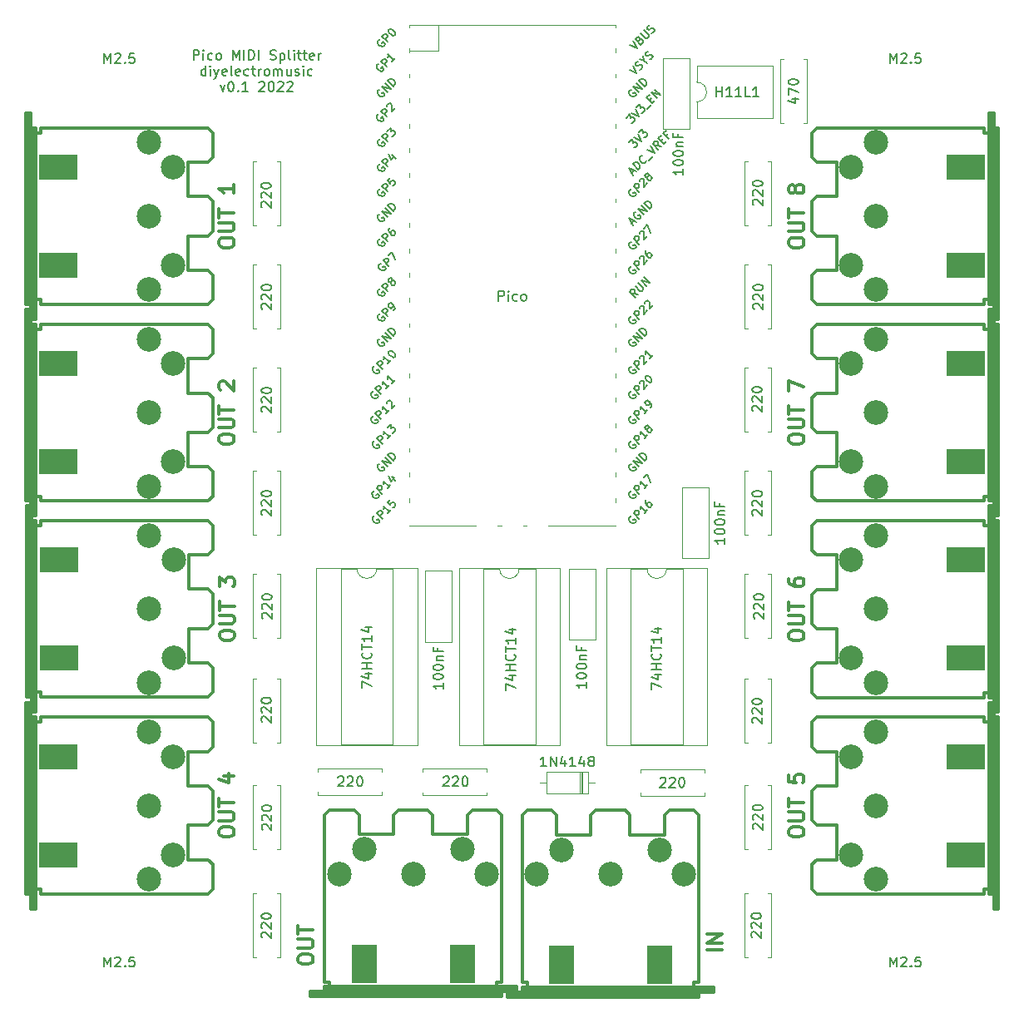
<source format=gbr>
%TF.GenerationSoftware,KiCad,Pcbnew,(6.0.5)*%
%TF.CreationDate,2022-08-29T14:43:18+01:00*%
%TF.ProjectId,PicoMIDISplitter,5069636f-4d49-4444-9953-706c69747465,rev?*%
%TF.SameCoordinates,Original*%
%TF.FileFunction,Legend,Top*%
%TF.FilePolarity,Positive*%
%FSLAX46Y46*%
G04 Gerber Fmt 4.6, Leading zero omitted, Abs format (unit mm)*
G04 Created by KiCad (PCBNEW (6.0.5)) date 2022-08-29 14:43:18*
%MOMM*%
%LPD*%
G01*
G04 APERTURE LIST*
%ADD10C,0.150000*%
%ADD11C,0.304800*%
%ADD12C,0.120000*%
%ADD13C,2.499360*%
%ADD14R,2.500000X4.000000*%
%ADD15R,4.000000X2.500000*%
G04 APERTURE END LIST*
D10*
X67561628Y-44079780D02*
X67561628Y-43079780D01*
X67942580Y-43079780D01*
X68037819Y-43127400D01*
X68085438Y-43175019D01*
X68133057Y-43270257D01*
X68133057Y-43413114D01*
X68085438Y-43508352D01*
X68037819Y-43555971D01*
X67942580Y-43603590D01*
X67561628Y-43603590D01*
X68561628Y-44079780D02*
X68561628Y-43413114D01*
X68561628Y-43079780D02*
X68514009Y-43127400D01*
X68561628Y-43175019D01*
X68609247Y-43127400D01*
X68561628Y-43079780D01*
X68561628Y-43175019D01*
X69466390Y-44032161D02*
X69371152Y-44079780D01*
X69180676Y-44079780D01*
X69085438Y-44032161D01*
X69037819Y-43984542D01*
X68990200Y-43889304D01*
X68990200Y-43603590D01*
X69037819Y-43508352D01*
X69085438Y-43460733D01*
X69180676Y-43413114D01*
X69371152Y-43413114D01*
X69466390Y-43460733D01*
X70037819Y-44079780D02*
X69942580Y-44032161D01*
X69894961Y-43984542D01*
X69847342Y-43889304D01*
X69847342Y-43603590D01*
X69894961Y-43508352D01*
X69942580Y-43460733D01*
X70037819Y-43413114D01*
X70180676Y-43413114D01*
X70275914Y-43460733D01*
X70323533Y-43508352D01*
X70371152Y-43603590D01*
X70371152Y-43889304D01*
X70323533Y-43984542D01*
X70275914Y-44032161D01*
X70180676Y-44079780D01*
X70037819Y-44079780D01*
X71561628Y-44079780D02*
X71561628Y-43079780D01*
X71894961Y-43794066D01*
X72228295Y-43079780D01*
X72228295Y-44079780D01*
X72704485Y-44079780D02*
X72704485Y-43079780D01*
X73180676Y-44079780D02*
X73180676Y-43079780D01*
X73418771Y-43079780D01*
X73561628Y-43127400D01*
X73656866Y-43222638D01*
X73704485Y-43317876D01*
X73752104Y-43508352D01*
X73752104Y-43651209D01*
X73704485Y-43841685D01*
X73656866Y-43936923D01*
X73561628Y-44032161D01*
X73418771Y-44079780D01*
X73180676Y-44079780D01*
X74180676Y-44079780D02*
X74180676Y-43079780D01*
X75371152Y-44032161D02*
X75514009Y-44079780D01*
X75752104Y-44079780D01*
X75847342Y-44032161D01*
X75894961Y-43984542D01*
X75942580Y-43889304D01*
X75942580Y-43794066D01*
X75894961Y-43698828D01*
X75847342Y-43651209D01*
X75752104Y-43603590D01*
X75561628Y-43555971D01*
X75466390Y-43508352D01*
X75418771Y-43460733D01*
X75371152Y-43365495D01*
X75371152Y-43270257D01*
X75418771Y-43175019D01*
X75466390Y-43127400D01*
X75561628Y-43079780D01*
X75799723Y-43079780D01*
X75942580Y-43127400D01*
X76371152Y-43413114D02*
X76371152Y-44413114D01*
X76371152Y-43460733D02*
X76466390Y-43413114D01*
X76656866Y-43413114D01*
X76752104Y-43460733D01*
X76799723Y-43508352D01*
X76847342Y-43603590D01*
X76847342Y-43889304D01*
X76799723Y-43984542D01*
X76752104Y-44032161D01*
X76656866Y-44079780D01*
X76466390Y-44079780D01*
X76371152Y-44032161D01*
X77418771Y-44079780D02*
X77323533Y-44032161D01*
X77275914Y-43936923D01*
X77275914Y-43079780D01*
X77799723Y-44079780D02*
X77799723Y-43413114D01*
X77799723Y-43079780D02*
X77752104Y-43127400D01*
X77799723Y-43175019D01*
X77847342Y-43127400D01*
X77799723Y-43079780D01*
X77799723Y-43175019D01*
X78133057Y-43413114D02*
X78514009Y-43413114D01*
X78275914Y-43079780D02*
X78275914Y-43936923D01*
X78323533Y-44032161D01*
X78418771Y-44079780D01*
X78514009Y-44079780D01*
X78704485Y-43413114D02*
X79085438Y-43413114D01*
X78847342Y-43079780D02*
X78847342Y-43936923D01*
X78894961Y-44032161D01*
X78990200Y-44079780D01*
X79085438Y-44079780D01*
X79799723Y-44032161D02*
X79704485Y-44079780D01*
X79514009Y-44079780D01*
X79418771Y-44032161D01*
X79371152Y-43936923D01*
X79371152Y-43555971D01*
X79418771Y-43460733D01*
X79514009Y-43413114D01*
X79704485Y-43413114D01*
X79799723Y-43460733D01*
X79847342Y-43555971D01*
X79847342Y-43651209D01*
X79371152Y-43746447D01*
X80275914Y-44079780D02*
X80275914Y-43413114D01*
X80275914Y-43603590D02*
X80323533Y-43508352D01*
X80371152Y-43460733D01*
X80466390Y-43413114D01*
X80561628Y-43413114D01*
X68799723Y-45689780D02*
X68799723Y-44689780D01*
X68799723Y-45642161D02*
X68704485Y-45689780D01*
X68514009Y-45689780D01*
X68418771Y-45642161D01*
X68371152Y-45594542D01*
X68323533Y-45499304D01*
X68323533Y-45213590D01*
X68371152Y-45118352D01*
X68418771Y-45070733D01*
X68514009Y-45023114D01*
X68704485Y-45023114D01*
X68799723Y-45070733D01*
X69275914Y-45689780D02*
X69275914Y-45023114D01*
X69275914Y-44689780D02*
X69228295Y-44737400D01*
X69275914Y-44785019D01*
X69323533Y-44737400D01*
X69275914Y-44689780D01*
X69275914Y-44785019D01*
X69656866Y-45023114D02*
X69894961Y-45689780D01*
X70133057Y-45023114D02*
X69894961Y-45689780D01*
X69799723Y-45927876D01*
X69752104Y-45975495D01*
X69656866Y-46023114D01*
X70894961Y-45642161D02*
X70799723Y-45689780D01*
X70609247Y-45689780D01*
X70514009Y-45642161D01*
X70466390Y-45546923D01*
X70466390Y-45165971D01*
X70514009Y-45070733D01*
X70609247Y-45023114D01*
X70799723Y-45023114D01*
X70894961Y-45070733D01*
X70942580Y-45165971D01*
X70942580Y-45261209D01*
X70466390Y-45356447D01*
X71514009Y-45689780D02*
X71418771Y-45642161D01*
X71371152Y-45546923D01*
X71371152Y-44689780D01*
X72275914Y-45642161D02*
X72180676Y-45689780D01*
X71990200Y-45689780D01*
X71894961Y-45642161D01*
X71847342Y-45546923D01*
X71847342Y-45165971D01*
X71894961Y-45070733D01*
X71990200Y-45023114D01*
X72180676Y-45023114D01*
X72275914Y-45070733D01*
X72323533Y-45165971D01*
X72323533Y-45261209D01*
X71847342Y-45356447D01*
X73180676Y-45642161D02*
X73085438Y-45689780D01*
X72894961Y-45689780D01*
X72799723Y-45642161D01*
X72752104Y-45594542D01*
X72704485Y-45499304D01*
X72704485Y-45213590D01*
X72752104Y-45118352D01*
X72799723Y-45070733D01*
X72894961Y-45023114D01*
X73085438Y-45023114D01*
X73180676Y-45070733D01*
X73466390Y-45023114D02*
X73847342Y-45023114D01*
X73609247Y-44689780D02*
X73609247Y-45546923D01*
X73656866Y-45642161D01*
X73752104Y-45689780D01*
X73847342Y-45689780D01*
X74180676Y-45689780D02*
X74180676Y-45023114D01*
X74180676Y-45213590D02*
X74228295Y-45118352D01*
X74275914Y-45070733D01*
X74371152Y-45023114D01*
X74466390Y-45023114D01*
X74942580Y-45689780D02*
X74847342Y-45642161D01*
X74799723Y-45594542D01*
X74752104Y-45499304D01*
X74752104Y-45213590D01*
X74799723Y-45118352D01*
X74847342Y-45070733D01*
X74942580Y-45023114D01*
X75085438Y-45023114D01*
X75180676Y-45070733D01*
X75228295Y-45118352D01*
X75275914Y-45213590D01*
X75275914Y-45499304D01*
X75228295Y-45594542D01*
X75180676Y-45642161D01*
X75085438Y-45689780D01*
X74942580Y-45689780D01*
X75704485Y-45689780D02*
X75704485Y-45023114D01*
X75704485Y-45118352D02*
X75752104Y-45070733D01*
X75847342Y-45023114D01*
X75990200Y-45023114D01*
X76085438Y-45070733D01*
X76133057Y-45165971D01*
X76133057Y-45689780D01*
X76133057Y-45165971D02*
X76180676Y-45070733D01*
X76275914Y-45023114D01*
X76418771Y-45023114D01*
X76514009Y-45070733D01*
X76561628Y-45165971D01*
X76561628Y-45689780D01*
X77466390Y-45023114D02*
X77466390Y-45689780D01*
X77037819Y-45023114D02*
X77037819Y-45546923D01*
X77085438Y-45642161D01*
X77180676Y-45689780D01*
X77323533Y-45689780D01*
X77418771Y-45642161D01*
X77466390Y-45594542D01*
X77894961Y-45642161D02*
X77990200Y-45689780D01*
X78180676Y-45689780D01*
X78275914Y-45642161D01*
X78323533Y-45546923D01*
X78323533Y-45499304D01*
X78275914Y-45404066D01*
X78180676Y-45356447D01*
X78037819Y-45356447D01*
X77942580Y-45308828D01*
X77894961Y-45213590D01*
X77894961Y-45165971D01*
X77942580Y-45070733D01*
X78037819Y-45023114D01*
X78180676Y-45023114D01*
X78275914Y-45070733D01*
X78752104Y-45689780D02*
X78752104Y-45023114D01*
X78752104Y-44689780D02*
X78704485Y-44737400D01*
X78752104Y-44785019D01*
X78799723Y-44737400D01*
X78752104Y-44689780D01*
X78752104Y-44785019D01*
X79656866Y-45642161D02*
X79561628Y-45689780D01*
X79371152Y-45689780D01*
X79275914Y-45642161D01*
X79228295Y-45594542D01*
X79180676Y-45499304D01*
X79180676Y-45213590D01*
X79228295Y-45118352D01*
X79275914Y-45070733D01*
X79371152Y-45023114D01*
X79561628Y-45023114D01*
X79656866Y-45070733D01*
X70275914Y-46633114D02*
X70514009Y-47299780D01*
X70752104Y-46633114D01*
X71323533Y-46299780D02*
X71418771Y-46299780D01*
X71514009Y-46347400D01*
X71561628Y-46395019D01*
X71609247Y-46490257D01*
X71656866Y-46680733D01*
X71656866Y-46918828D01*
X71609247Y-47109304D01*
X71561628Y-47204542D01*
X71514009Y-47252161D01*
X71418771Y-47299780D01*
X71323533Y-47299780D01*
X71228295Y-47252161D01*
X71180676Y-47204542D01*
X71133057Y-47109304D01*
X71085438Y-46918828D01*
X71085438Y-46680733D01*
X71133057Y-46490257D01*
X71180676Y-46395019D01*
X71228295Y-46347400D01*
X71323533Y-46299780D01*
X72085438Y-47204542D02*
X72133057Y-47252161D01*
X72085438Y-47299780D01*
X72037819Y-47252161D01*
X72085438Y-47204542D01*
X72085438Y-47299780D01*
X73085438Y-47299780D02*
X72514009Y-47299780D01*
X72799723Y-47299780D02*
X72799723Y-46299780D01*
X72704485Y-46442638D01*
X72609247Y-46537876D01*
X72514009Y-46585495D01*
X74228295Y-46395019D02*
X74275914Y-46347400D01*
X74371152Y-46299780D01*
X74609247Y-46299780D01*
X74704485Y-46347400D01*
X74752104Y-46395019D01*
X74799723Y-46490257D01*
X74799723Y-46585495D01*
X74752104Y-46728352D01*
X74180676Y-47299780D01*
X74799723Y-47299780D01*
X75418771Y-46299780D02*
X75514009Y-46299780D01*
X75609247Y-46347400D01*
X75656866Y-46395019D01*
X75704485Y-46490257D01*
X75752104Y-46680733D01*
X75752104Y-46918828D01*
X75704485Y-47109304D01*
X75656866Y-47204542D01*
X75609247Y-47252161D01*
X75514009Y-47299780D01*
X75418771Y-47299780D01*
X75323533Y-47252161D01*
X75275914Y-47204542D01*
X75228295Y-47109304D01*
X75180676Y-46918828D01*
X75180676Y-46680733D01*
X75228295Y-46490257D01*
X75275914Y-46395019D01*
X75323533Y-46347400D01*
X75418771Y-46299780D01*
X76133057Y-46395019D02*
X76180676Y-46347400D01*
X76275914Y-46299780D01*
X76514009Y-46299780D01*
X76609247Y-46347400D01*
X76656866Y-46395019D01*
X76704485Y-46490257D01*
X76704485Y-46585495D01*
X76656866Y-46728352D01*
X76085438Y-47299780D01*
X76704485Y-47299780D01*
X77085438Y-46395019D02*
X77133057Y-46347400D01*
X77228295Y-46299780D01*
X77466390Y-46299780D01*
X77561628Y-46347400D01*
X77609247Y-46395019D01*
X77656866Y-46490257D01*
X77656866Y-46585495D01*
X77609247Y-46728352D01*
X77037819Y-47299780D01*
X77656866Y-47299780D01*
%TO.C,U5*%
X120791552Y-47813380D02*
X120791552Y-46813380D01*
X120791552Y-47289571D02*
X121362980Y-47289571D01*
X121362980Y-47813380D02*
X121362980Y-46813380D01*
X122362980Y-47813380D02*
X121791552Y-47813380D01*
X122077266Y-47813380D02*
X122077266Y-46813380D01*
X121982028Y-46956238D01*
X121886790Y-47051476D01*
X121791552Y-47099095D01*
X123315361Y-47813380D02*
X122743933Y-47813380D01*
X123029647Y-47813380D02*
X123029647Y-46813380D01*
X122934409Y-46956238D01*
X122839171Y-47051476D01*
X122743933Y-47099095D01*
X124220123Y-47813380D02*
X123743933Y-47813380D01*
X123743933Y-46813380D01*
X125077266Y-47813380D02*
X124505838Y-47813380D01*
X124791552Y-47813380D02*
X124791552Y-46813380D01*
X124696314Y-46956238D01*
X124601076Y-47051476D01*
X124505838Y-47099095D01*
%TO.C,R20*%
X128436714Y-48031304D02*
X129103380Y-48031304D01*
X128055761Y-48269400D02*
X128770047Y-48507495D01*
X128770047Y-47888447D01*
X128103380Y-47602733D02*
X128103380Y-46936066D01*
X129103380Y-47364638D01*
X128103380Y-46364638D02*
X128103380Y-46269400D01*
X128151000Y-46174161D01*
X128198619Y-46126542D01*
X128293857Y-46078923D01*
X128484333Y-46031304D01*
X128722428Y-46031304D01*
X128912904Y-46078923D01*
X129008142Y-46126542D01*
X129055761Y-46174161D01*
X129103380Y-46269400D01*
X129103380Y-46364638D01*
X129055761Y-46459876D01*
X129008142Y-46507495D01*
X128912904Y-46555114D01*
X128722428Y-46602733D01*
X128484333Y-46602733D01*
X128293857Y-46555114D01*
X128198619Y-46507495D01*
X128151000Y-46459876D01*
X128103380Y-46364638D01*
%TO.C,R19*%
X115068504Y-117225819D02*
X115116123Y-117178200D01*
X115211361Y-117130580D01*
X115449457Y-117130580D01*
X115544695Y-117178200D01*
X115592314Y-117225819D01*
X115639933Y-117321057D01*
X115639933Y-117416295D01*
X115592314Y-117559152D01*
X115020885Y-118130580D01*
X115639933Y-118130580D01*
X116020885Y-117225819D02*
X116068504Y-117178200D01*
X116163742Y-117130580D01*
X116401838Y-117130580D01*
X116497076Y-117178200D01*
X116544695Y-117225819D01*
X116592314Y-117321057D01*
X116592314Y-117416295D01*
X116544695Y-117559152D01*
X115973266Y-118130580D01*
X116592314Y-118130580D01*
X117211361Y-117130580D02*
X117306600Y-117130580D01*
X117401838Y-117178200D01*
X117449457Y-117225819D01*
X117497076Y-117321057D01*
X117544695Y-117511533D01*
X117544695Y-117749628D01*
X117497076Y-117940104D01*
X117449457Y-118035342D01*
X117401838Y-118082961D01*
X117306600Y-118130580D01*
X117211361Y-118130580D01*
X117116123Y-118082961D01*
X117068504Y-118035342D01*
X117020885Y-117940104D01*
X116973266Y-117749628D01*
X116973266Y-117511533D01*
X117020885Y-117321057D01*
X117068504Y-117225819D01*
X117116123Y-117178200D01*
X117211361Y-117130580D01*
%TO.C,U3*%
X114168780Y-108170266D02*
X114168780Y-107503600D01*
X115168780Y-107932171D01*
X114502114Y-106694076D02*
X115168780Y-106694076D01*
X114121161Y-106932171D02*
X114835447Y-107170266D01*
X114835447Y-106551219D01*
X115168780Y-106170266D02*
X114168780Y-106170266D01*
X114644971Y-106170266D02*
X114644971Y-105598838D01*
X115168780Y-105598838D02*
X114168780Y-105598838D01*
X115073542Y-104551219D02*
X115121161Y-104598838D01*
X115168780Y-104741695D01*
X115168780Y-104836933D01*
X115121161Y-104979790D01*
X115025923Y-105075028D01*
X114930685Y-105122647D01*
X114740209Y-105170266D01*
X114597352Y-105170266D01*
X114406876Y-105122647D01*
X114311638Y-105075028D01*
X114216400Y-104979790D01*
X114168780Y-104836933D01*
X114168780Y-104741695D01*
X114216400Y-104598838D01*
X114264019Y-104551219D01*
X114168780Y-104265504D02*
X114168780Y-103694076D01*
X115168780Y-103979790D02*
X114168780Y-103979790D01*
X115168780Y-102836933D02*
X115168780Y-103408361D01*
X115168780Y-103122647D02*
X114168780Y-103122647D01*
X114311638Y-103217885D01*
X114406876Y-103313123D01*
X114454495Y-103408361D01*
X114502114Y-101979790D02*
X115168780Y-101979790D01*
X114121161Y-102217885D02*
X114835447Y-102455980D01*
X114835447Y-101836933D01*
%TO.C,U2*%
X99325180Y-108246466D02*
X99325180Y-107579800D01*
X100325180Y-108008371D01*
X99658514Y-106770276D02*
X100325180Y-106770276D01*
X99277561Y-107008371D02*
X99991847Y-107246466D01*
X99991847Y-106627419D01*
X100325180Y-106246466D02*
X99325180Y-106246466D01*
X99801371Y-106246466D02*
X99801371Y-105675038D01*
X100325180Y-105675038D02*
X99325180Y-105675038D01*
X100229942Y-104627419D02*
X100277561Y-104675038D01*
X100325180Y-104817895D01*
X100325180Y-104913133D01*
X100277561Y-105055990D01*
X100182323Y-105151228D01*
X100087085Y-105198847D01*
X99896609Y-105246466D01*
X99753752Y-105246466D01*
X99563276Y-105198847D01*
X99468038Y-105151228D01*
X99372800Y-105055990D01*
X99325180Y-104913133D01*
X99325180Y-104817895D01*
X99372800Y-104675038D01*
X99420419Y-104627419D01*
X99325180Y-104341704D02*
X99325180Y-103770276D01*
X100325180Y-104055990D02*
X99325180Y-104055990D01*
X100325180Y-102913133D02*
X100325180Y-103484561D01*
X100325180Y-103198847D02*
X99325180Y-103198847D01*
X99468038Y-103294085D01*
X99563276Y-103389323D01*
X99610895Y-103484561D01*
X99658514Y-102055990D02*
X100325180Y-102055990D01*
X99277561Y-102294085D02*
X99991847Y-102532180D01*
X99991847Y-101913133D01*
%TO.C,U1*%
X84694780Y-108043266D02*
X84694780Y-107376600D01*
X85694780Y-107805171D01*
X85028114Y-106567076D02*
X85694780Y-106567076D01*
X84647161Y-106805171D02*
X85361447Y-107043266D01*
X85361447Y-106424219D01*
X85694780Y-106043266D02*
X84694780Y-106043266D01*
X85170971Y-106043266D02*
X85170971Y-105471838D01*
X85694780Y-105471838D02*
X84694780Y-105471838D01*
X85599542Y-104424219D02*
X85647161Y-104471838D01*
X85694780Y-104614695D01*
X85694780Y-104709933D01*
X85647161Y-104852790D01*
X85551923Y-104948028D01*
X85456685Y-104995647D01*
X85266209Y-105043266D01*
X85123352Y-105043266D01*
X84932876Y-104995647D01*
X84837638Y-104948028D01*
X84742400Y-104852790D01*
X84694780Y-104709933D01*
X84694780Y-104614695D01*
X84742400Y-104471838D01*
X84790019Y-104424219D01*
X84694780Y-104138504D02*
X84694780Y-103567076D01*
X85694780Y-103852790D02*
X84694780Y-103852790D01*
X85694780Y-102709933D02*
X85694780Y-103281361D01*
X85694780Y-102995647D02*
X84694780Y-102995647D01*
X84837638Y-103090885D01*
X84932876Y-103186123D01*
X84980495Y-103281361D01*
X85028114Y-101852790D02*
X85694780Y-101852790D01*
X84647161Y-102090885D02*
X85361447Y-102328980D01*
X85361447Y-101709933D01*
%TO.C,R12*%
X124573019Y-122402695D02*
X124525400Y-122355076D01*
X124477780Y-122259838D01*
X124477780Y-122021742D01*
X124525400Y-121926504D01*
X124573019Y-121878885D01*
X124668257Y-121831266D01*
X124763495Y-121831266D01*
X124906352Y-121878885D01*
X125477780Y-122450314D01*
X125477780Y-121831266D01*
X124573019Y-121450314D02*
X124525400Y-121402695D01*
X124477780Y-121307457D01*
X124477780Y-121069361D01*
X124525400Y-120974123D01*
X124573019Y-120926504D01*
X124668257Y-120878885D01*
X124763495Y-120878885D01*
X124906352Y-120926504D01*
X125477780Y-121497933D01*
X125477780Y-120878885D01*
X124477780Y-120259838D02*
X124477780Y-120164600D01*
X124525400Y-120069361D01*
X124573019Y-120021742D01*
X124668257Y-119974123D01*
X124858733Y-119926504D01*
X125096828Y-119926504D01*
X125287304Y-119974123D01*
X125382542Y-120021742D01*
X125430161Y-120069361D01*
X125477780Y-120164600D01*
X125477780Y-120259838D01*
X125430161Y-120355076D01*
X125382542Y-120402695D01*
X125287304Y-120450314D01*
X125096828Y-120497933D01*
X124858733Y-120497933D01*
X124668257Y-120450314D01*
X124573019Y-120402695D01*
X124525400Y-120355076D01*
X124477780Y-120259838D01*
%TO.C,R11*%
X74547619Y-133453495D02*
X74500000Y-133405876D01*
X74452380Y-133310638D01*
X74452380Y-133072542D01*
X74500000Y-132977304D01*
X74547619Y-132929685D01*
X74642857Y-132882066D01*
X74738095Y-132882066D01*
X74880952Y-132929685D01*
X75452380Y-133501114D01*
X75452380Y-132882066D01*
X74547619Y-132501114D02*
X74500000Y-132453495D01*
X74452380Y-132358257D01*
X74452380Y-132120161D01*
X74500000Y-132024923D01*
X74547619Y-131977304D01*
X74642857Y-131929685D01*
X74738095Y-131929685D01*
X74880952Y-131977304D01*
X75452380Y-132548733D01*
X75452380Y-131929685D01*
X74452380Y-131310638D02*
X74452380Y-131215400D01*
X74500000Y-131120161D01*
X74547619Y-131072542D01*
X74642857Y-131024923D01*
X74833333Y-130977304D01*
X75071428Y-130977304D01*
X75261904Y-131024923D01*
X75357142Y-131072542D01*
X75404761Y-131120161D01*
X75452380Y-131215400D01*
X75452380Y-131310638D01*
X75404761Y-131405876D01*
X75357142Y-131453495D01*
X75261904Y-131501114D01*
X75071428Y-131548733D01*
X74833333Y-131548733D01*
X74642857Y-131501114D01*
X74547619Y-131453495D01*
X74500000Y-131405876D01*
X74452380Y-131310638D01*
%TO.C,R10*%
X92995904Y-117124219D02*
X93043523Y-117076600D01*
X93138761Y-117028980D01*
X93376857Y-117028980D01*
X93472095Y-117076600D01*
X93519714Y-117124219D01*
X93567333Y-117219457D01*
X93567333Y-117314695D01*
X93519714Y-117457552D01*
X92948285Y-118028980D01*
X93567333Y-118028980D01*
X93948285Y-117124219D02*
X93995904Y-117076600D01*
X94091142Y-117028980D01*
X94329238Y-117028980D01*
X94424476Y-117076600D01*
X94472095Y-117124219D01*
X94519714Y-117219457D01*
X94519714Y-117314695D01*
X94472095Y-117457552D01*
X93900666Y-118028980D01*
X94519714Y-118028980D01*
X95138761Y-117028980D02*
X95234000Y-117028980D01*
X95329238Y-117076600D01*
X95376857Y-117124219D01*
X95424476Y-117219457D01*
X95472095Y-117409933D01*
X95472095Y-117648028D01*
X95424476Y-117838504D01*
X95376857Y-117933742D01*
X95329238Y-117981361D01*
X95234000Y-118028980D01*
X95138761Y-118028980D01*
X95043523Y-117981361D01*
X94995904Y-117933742D01*
X94948285Y-117838504D01*
X94900666Y-117648028D01*
X94900666Y-117409933D01*
X94948285Y-117219457D01*
X94995904Y-117124219D01*
X95043523Y-117076600D01*
X95138761Y-117028980D01*
%TO.C,R6*%
X124420619Y-133422695D02*
X124373000Y-133375076D01*
X124325380Y-133279838D01*
X124325380Y-133041742D01*
X124373000Y-132946504D01*
X124420619Y-132898885D01*
X124515857Y-132851266D01*
X124611095Y-132851266D01*
X124753952Y-132898885D01*
X125325380Y-133470314D01*
X125325380Y-132851266D01*
X124420619Y-132470314D02*
X124373000Y-132422695D01*
X124325380Y-132327457D01*
X124325380Y-132089361D01*
X124373000Y-131994123D01*
X124420619Y-131946504D01*
X124515857Y-131898885D01*
X124611095Y-131898885D01*
X124753952Y-131946504D01*
X125325380Y-132517933D01*
X125325380Y-131898885D01*
X124325380Y-131279838D02*
X124325380Y-131184600D01*
X124373000Y-131089361D01*
X124420619Y-131041742D01*
X124515857Y-130994123D01*
X124706333Y-130946504D01*
X124944428Y-130946504D01*
X125134904Y-130994123D01*
X125230142Y-131041742D01*
X125277761Y-131089361D01*
X125325380Y-131184600D01*
X125325380Y-131279838D01*
X125277761Y-131375076D01*
X125230142Y-131422695D01*
X125134904Y-131470314D01*
X124944428Y-131517933D01*
X124706333Y-131517933D01*
X124515857Y-131470314D01*
X124420619Y-131422695D01*
X124373000Y-131375076D01*
X124325380Y-131279838D01*
%TO.C,R18*%
X124573019Y-58851895D02*
X124525400Y-58804276D01*
X124477780Y-58709038D01*
X124477780Y-58470942D01*
X124525400Y-58375704D01*
X124573019Y-58328085D01*
X124668257Y-58280466D01*
X124763495Y-58280466D01*
X124906352Y-58328085D01*
X125477780Y-58899514D01*
X125477780Y-58280466D01*
X124573019Y-57899514D02*
X124525400Y-57851895D01*
X124477780Y-57756657D01*
X124477780Y-57518561D01*
X124525400Y-57423323D01*
X124573019Y-57375704D01*
X124668257Y-57328085D01*
X124763495Y-57328085D01*
X124906352Y-57375704D01*
X125477780Y-57947133D01*
X125477780Y-57328085D01*
X124477780Y-56709038D02*
X124477780Y-56613800D01*
X124525400Y-56518561D01*
X124573019Y-56470942D01*
X124668257Y-56423323D01*
X124858733Y-56375704D01*
X125096828Y-56375704D01*
X125287304Y-56423323D01*
X125382542Y-56470942D01*
X125430161Y-56518561D01*
X125477780Y-56613800D01*
X125477780Y-56709038D01*
X125430161Y-56804276D01*
X125382542Y-56851895D01*
X125287304Y-56899514D01*
X125096828Y-56947133D01*
X124858733Y-56947133D01*
X124668257Y-56899514D01*
X124573019Y-56851895D01*
X124525400Y-56804276D01*
X124477780Y-56709038D01*
%TO.C,R17*%
X124496819Y-79851895D02*
X124449200Y-79804276D01*
X124401580Y-79709038D01*
X124401580Y-79470942D01*
X124449200Y-79375704D01*
X124496819Y-79328085D01*
X124592057Y-79280466D01*
X124687295Y-79280466D01*
X124830152Y-79328085D01*
X125401580Y-79899514D01*
X125401580Y-79280466D01*
X124496819Y-78899514D02*
X124449200Y-78851895D01*
X124401580Y-78756657D01*
X124401580Y-78518561D01*
X124449200Y-78423323D01*
X124496819Y-78375704D01*
X124592057Y-78328085D01*
X124687295Y-78328085D01*
X124830152Y-78375704D01*
X125401580Y-78947133D01*
X125401580Y-78328085D01*
X124401580Y-77709038D02*
X124401580Y-77613800D01*
X124449200Y-77518561D01*
X124496819Y-77470942D01*
X124592057Y-77423323D01*
X124782533Y-77375704D01*
X125020628Y-77375704D01*
X125211104Y-77423323D01*
X125306342Y-77470942D01*
X125353961Y-77518561D01*
X125401580Y-77613800D01*
X125401580Y-77709038D01*
X125353961Y-77804276D01*
X125306342Y-77851895D01*
X125211104Y-77899514D01*
X125020628Y-77947133D01*
X124782533Y-77947133D01*
X124592057Y-77899514D01*
X124496819Y-77851895D01*
X124449200Y-77804276D01*
X124401580Y-77709038D01*
%TO.C,R5*%
X74598419Y-122453495D02*
X74550800Y-122405876D01*
X74503180Y-122310638D01*
X74503180Y-122072542D01*
X74550800Y-121977304D01*
X74598419Y-121929685D01*
X74693657Y-121882066D01*
X74788895Y-121882066D01*
X74931752Y-121929685D01*
X75503180Y-122501114D01*
X75503180Y-121882066D01*
X74598419Y-121501114D02*
X74550800Y-121453495D01*
X74503180Y-121358257D01*
X74503180Y-121120161D01*
X74550800Y-121024923D01*
X74598419Y-120977304D01*
X74693657Y-120929685D01*
X74788895Y-120929685D01*
X74931752Y-120977304D01*
X75503180Y-121548733D01*
X75503180Y-120929685D01*
X74503180Y-120310638D02*
X74503180Y-120215400D01*
X74550800Y-120120161D01*
X74598419Y-120072542D01*
X74693657Y-120024923D01*
X74884133Y-119977304D01*
X75122228Y-119977304D01*
X75312704Y-120024923D01*
X75407942Y-120072542D01*
X75455561Y-120120161D01*
X75503180Y-120215400D01*
X75503180Y-120310638D01*
X75455561Y-120405876D01*
X75407942Y-120453495D01*
X75312704Y-120501114D01*
X75122228Y-120548733D01*
X74884133Y-120548733D01*
X74693657Y-120501114D01*
X74598419Y-120453495D01*
X74550800Y-120405876D01*
X74503180Y-120310638D01*
%TO.C,R4*%
X82277104Y-117124219D02*
X82324723Y-117076600D01*
X82419961Y-117028980D01*
X82658057Y-117028980D01*
X82753295Y-117076600D01*
X82800914Y-117124219D01*
X82848533Y-117219457D01*
X82848533Y-117314695D01*
X82800914Y-117457552D01*
X82229485Y-118028980D01*
X82848533Y-118028980D01*
X83229485Y-117124219D02*
X83277104Y-117076600D01*
X83372342Y-117028980D01*
X83610438Y-117028980D01*
X83705676Y-117076600D01*
X83753295Y-117124219D01*
X83800914Y-117219457D01*
X83800914Y-117314695D01*
X83753295Y-117457552D01*
X83181866Y-118028980D01*
X83800914Y-118028980D01*
X84419961Y-117028980D02*
X84515200Y-117028980D01*
X84610438Y-117076600D01*
X84658057Y-117124219D01*
X84705676Y-117219457D01*
X84753295Y-117409933D01*
X84753295Y-117648028D01*
X84705676Y-117838504D01*
X84658057Y-117933742D01*
X84610438Y-117981361D01*
X84515200Y-118028980D01*
X84419961Y-118028980D01*
X84324723Y-117981361D01*
X84277104Y-117933742D01*
X84229485Y-117838504D01*
X84181866Y-117648028D01*
X84181866Y-117409933D01*
X84229485Y-117219457D01*
X84277104Y-117124219D01*
X84324723Y-117076600D01*
X84419961Y-117028980D01*
%TO.C,R9*%
X74573019Y-90428095D02*
X74525400Y-90380476D01*
X74477780Y-90285238D01*
X74477780Y-90047142D01*
X74525400Y-89951904D01*
X74573019Y-89904285D01*
X74668257Y-89856666D01*
X74763495Y-89856666D01*
X74906352Y-89904285D01*
X75477780Y-90475714D01*
X75477780Y-89856666D01*
X74573019Y-89475714D02*
X74525400Y-89428095D01*
X74477780Y-89332857D01*
X74477780Y-89094761D01*
X74525400Y-88999523D01*
X74573019Y-88951904D01*
X74668257Y-88904285D01*
X74763495Y-88904285D01*
X74906352Y-88951904D01*
X75477780Y-89523333D01*
X75477780Y-88904285D01*
X74477780Y-88285238D02*
X74477780Y-88190000D01*
X74525400Y-88094761D01*
X74573019Y-88047142D01*
X74668257Y-87999523D01*
X74858733Y-87951904D01*
X75096828Y-87951904D01*
X75287304Y-87999523D01*
X75382542Y-88047142D01*
X75430161Y-88094761D01*
X75477780Y-88190000D01*
X75477780Y-88285238D01*
X75430161Y-88380476D01*
X75382542Y-88428095D01*
X75287304Y-88475714D01*
X75096828Y-88523333D01*
X74858733Y-88523333D01*
X74668257Y-88475714D01*
X74573019Y-88428095D01*
X74525400Y-88380476D01*
X74477780Y-88285238D01*
%TO.C,R8*%
X74573019Y-69453495D02*
X74525400Y-69405876D01*
X74477780Y-69310638D01*
X74477780Y-69072542D01*
X74525400Y-68977304D01*
X74573019Y-68929685D01*
X74668257Y-68882066D01*
X74763495Y-68882066D01*
X74906352Y-68929685D01*
X75477780Y-69501114D01*
X75477780Y-68882066D01*
X74573019Y-68501114D02*
X74525400Y-68453495D01*
X74477780Y-68358257D01*
X74477780Y-68120161D01*
X74525400Y-68024923D01*
X74573019Y-67977304D01*
X74668257Y-67929685D01*
X74763495Y-67929685D01*
X74906352Y-67977304D01*
X75477780Y-68548733D01*
X75477780Y-67929685D01*
X74477780Y-67310638D02*
X74477780Y-67215400D01*
X74525400Y-67120161D01*
X74573019Y-67072542D01*
X74668257Y-67024923D01*
X74858733Y-66977304D01*
X75096828Y-66977304D01*
X75287304Y-67024923D01*
X75382542Y-67072542D01*
X75430161Y-67120161D01*
X75477780Y-67215400D01*
X75477780Y-67310638D01*
X75430161Y-67405876D01*
X75382542Y-67453495D01*
X75287304Y-67501114D01*
X75096828Y-67548733D01*
X74858733Y-67548733D01*
X74668257Y-67501114D01*
X74573019Y-67453495D01*
X74525400Y-67405876D01*
X74477780Y-67310638D01*
%TO.C,R16*%
X124674619Y-100953495D02*
X124627000Y-100905876D01*
X124579380Y-100810638D01*
X124579380Y-100572542D01*
X124627000Y-100477304D01*
X124674619Y-100429685D01*
X124769857Y-100382066D01*
X124865095Y-100382066D01*
X125007952Y-100429685D01*
X125579380Y-101001114D01*
X125579380Y-100382066D01*
X124674619Y-100001114D02*
X124627000Y-99953495D01*
X124579380Y-99858257D01*
X124579380Y-99620161D01*
X124627000Y-99524923D01*
X124674619Y-99477304D01*
X124769857Y-99429685D01*
X124865095Y-99429685D01*
X125007952Y-99477304D01*
X125579380Y-100048733D01*
X125579380Y-99429685D01*
X124579380Y-98810638D02*
X124579380Y-98715400D01*
X124627000Y-98620161D01*
X124674619Y-98572542D01*
X124769857Y-98524923D01*
X124960333Y-98477304D01*
X125198428Y-98477304D01*
X125388904Y-98524923D01*
X125484142Y-98572542D01*
X125531761Y-98620161D01*
X125579380Y-98715400D01*
X125579380Y-98810638D01*
X125531761Y-98905876D01*
X125484142Y-98953495D01*
X125388904Y-99001114D01*
X125198428Y-99048733D01*
X124960333Y-99048733D01*
X124769857Y-99001114D01*
X124674619Y-98953495D01*
X124627000Y-98905876D01*
X124579380Y-98810638D01*
%TO.C,R15*%
X124623819Y-69453495D02*
X124576200Y-69405876D01*
X124528580Y-69310638D01*
X124528580Y-69072542D01*
X124576200Y-68977304D01*
X124623819Y-68929685D01*
X124719057Y-68882066D01*
X124814295Y-68882066D01*
X124957152Y-68929685D01*
X125528580Y-69501114D01*
X125528580Y-68882066D01*
X124623819Y-68501114D02*
X124576200Y-68453495D01*
X124528580Y-68358257D01*
X124528580Y-68120161D01*
X124576200Y-68024923D01*
X124623819Y-67977304D01*
X124719057Y-67929685D01*
X124814295Y-67929685D01*
X124957152Y-67977304D01*
X125528580Y-68548733D01*
X125528580Y-67929685D01*
X124528580Y-67310638D02*
X124528580Y-67215400D01*
X124576200Y-67120161D01*
X124623819Y-67072542D01*
X124719057Y-67024923D01*
X124909533Y-66977304D01*
X125147628Y-66977304D01*
X125338104Y-67024923D01*
X125433342Y-67072542D01*
X125480961Y-67120161D01*
X125528580Y-67215400D01*
X125528580Y-67310638D01*
X125480961Y-67405876D01*
X125433342Y-67453495D01*
X125338104Y-67501114D01*
X125147628Y-67548733D01*
X124909533Y-67548733D01*
X124719057Y-67501114D01*
X124623819Y-67453495D01*
X124576200Y-67405876D01*
X124528580Y-67310638D01*
%TO.C,R3*%
X74573019Y-79928095D02*
X74525400Y-79880476D01*
X74477780Y-79785238D01*
X74477780Y-79547142D01*
X74525400Y-79451904D01*
X74573019Y-79404285D01*
X74668257Y-79356666D01*
X74763495Y-79356666D01*
X74906352Y-79404285D01*
X75477780Y-79975714D01*
X75477780Y-79356666D01*
X74573019Y-78975714D02*
X74525400Y-78928095D01*
X74477780Y-78832857D01*
X74477780Y-78594761D01*
X74525400Y-78499523D01*
X74573019Y-78451904D01*
X74668257Y-78404285D01*
X74763495Y-78404285D01*
X74906352Y-78451904D01*
X75477780Y-79023333D01*
X75477780Y-78404285D01*
X74477780Y-77785238D02*
X74477780Y-77690000D01*
X74525400Y-77594761D01*
X74573019Y-77547142D01*
X74668257Y-77499523D01*
X74858733Y-77451904D01*
X75096828Y-77451904D01*
X75287304Y-77499523D01*
X75382542Y-77547142D01*
X75430161Y-77594761D01*
X75477780Y-77690000D01*
X75477780Y-77785238D01*
X75430161Y-77880476D01*
X75382542Y-77928095D01*
X75287304Y-77975714D01*
X75096828Y-78023333D01*
X74858733Y-78023333D01*
X74668257Y-77975714D01*
X74573019Y-77928095D01*
X74525400Y-77880476D01*
X74477780Y-77785238D01*
%TO.C,R2*%
X74522219Y-59080495D02*
X74474600Y-59032876D01*
X74426980Y-58937638D01*
X74426980Y-58699542D01*
X74474600Y-58604304D01*
X74522219Y-58556685D01*
X74617457Y-58509066D01*
X74712695Y-58509066D01*
X74855552Y-58556685D01*
X75426980Y-59128114D01*
X75426980Y-58509066D01*
X74522219Y-58128114D02*
X74474600Y-58080495D01*
X74426980Y-57985257D01*
X74426980Y-57747161D01*
X74474600Y-57651923D01*
X74522219Y-57604304D01*
X74617457Y-57556685D01*
X74712695Y-57556685D01*
X74855552Y-57604304D01*
X75426980Y-58175733D01*
X75426980Y-57556685D01*
X74426980Y-56937638D02*
X74426980Y-56842400D01*
X74474600Y-56747161D01*
X74522219Y-56699542D01*
X74617457Y-56651923D01*
X74807933Y-56604304D01*
X75046028Y-56604304D01*
X75236504Y-56651923D01*
X75331742Y-56699542D01*
X75379361Y-56747161D01*
X75426980Y-56842400D01*
X75426980Y-56937638D01*
X75379361Y-57032876D01*
X75331742Y-57080495D01*
X75236504Y-57128114D01*
X75046028Y-57175733D01*
X74807933Y-57175733D01*
X74617457Y-57128114D01*
X74522219Y-57080495D01*
X74474600Y-57032876D01*
X74426980Y-56937638D01*
%TO.C,R1*%
X74623819Y-100953495D02*
X74576200Y-100905876D01*
X74528580Y-100810638D01*
X74528580Y-100572542D01*
X74576200Y-100477304D01*
X74623819Y-100429685D01*
X74719057Y-100382066D01*
X74814295Y-100382066D01*
X74957152Y-100429685D01*
X75528580Y-101001114D01*
X75528580Y-100382066D01*
X74623819Y-100001114D02*
X74576200Y-99953495D01*
X74528580Y-99858257D01*
X74528580Y-99620161D01*
X74576200Y-99524923D01*
X74623819Y-99477304D01*
X74719057Y-99429685D01*
X74814295Y-99429685D01*
X74957152Y-99477304D01*
X75528580Y-100048733D01*
X75528580Y-99429685D01*
X74528580Y-98810638D02*
X74528580Y-98715400D01*
X74576200Y-98620161D01*
X74623819Y-98572542D01*
X74719057Y-98524923D01*
X74909533Y-98477304D01*
X75147628Y-98477304D01*
X75338104Y-98524923D01*
X75433342Y-98572542D01*
X75480961Y-98620161D01*
X75528580Y-98715400D01*
X75528580Y-98810638D01*
X75480961Y-98905876D01*
X75433342Y-98953495D01*
X75338104Y-99001114D01*
X75147628Y-99048733D01*
X74909533Y-99048733D01*
X74719057Y-99001114D01*
X74623819Y-98953495D01*
X74576200Y-98905876D01*
X74528580Y-98810638D01*
%TO.C,R7*%
X74547619Y-111497295D02*
X74500000Y-111449676D01*
X74452380Y-111354438D01*
X74452380Y-111116342D01*
X74500000Y-111021104D01*
X74547619Y-110973485D01*
X74642857Y-110925866D01*
X74738095Y-110925866D01*
X74880952Y-110973485D01*
X75452380Y-111544914D01*
X75452380Y-110925866D01*
X74547619Y-110544914D02*
X74500000Y-110497295D01*
X74452380Y-110402057D01*
X74452380Y-110163961D01*
X74500000Y-110068723D01*
X74547619Y-110021104D01*
X74642857Y-109973485D01*
X74738095Y-109973485D01*
X74880952Y-110021104D01*
X75452380Y-110592533D01*
X75452380Y-109973485D01*
X74452380Y-109354438D02*
X74452380Y-109259200D01*
X74500000Y-109163961D01*
X74547619Y-109116342D01*
X74642857Y-109068723D01*
X74833333Y-109021104D01*
X75071428Y-109021104D01*
X75261904Y-109068723D01*
X75357142Y-109116342D01*
X75404761Y-109163961D01*
X75452380Y-109259200D01*
X75452380Y-109354438D01*
X75404761Y-109449676D01*
X75357142Y-109497295D01*
X75261904Y-109544914D01*
X75071428Y-109592533D01*
X74833333Y-109592533D01*
X74642857Y-109544914D01*
X74547619Y-109497295D01*
X74500000Y-109449676D01*
X74452380Y-109354438D01*
%TO.C,R14*%
X124522219Y-90453495D02*
X124474600Y-90405876D01*
X124426980Y-90310638D01*
X124426980Y-90072542D01*
X124474600Y-89977304D01*
X124522219Y-89929685D01*
X124617457Y-89882066D01*
X124712695Y-89882066D01*
X124855552Y-89929685D01*
X125426980Y-90501114D01*
X125426980Y-89882066D01*
X124522219Y-89501114D02*
X124474600Y-89453495D01*
X124426980Y-89358257D01*
X124426980Y-89120161D01*
X124474600Y-89024923D01*
X124522219Y-88977304D01*
X124617457Y-88929685D01*
X124712695Y-88929685D01*
X124855552Y-88977304D01*
X125426980Y-89548733D01*
X125426980Y-88929685D01*
X124426980Y-88310638D02*
X124426980Y-88215400D01*
X124474600Y-88120161D01*
X124522219Y-88072542D01*
X124617457Y-88024923D01*
X124807933Y-87977304D01*
X125046028Y-87977304D01*
X125236504Y-88024923D01*
X125331742Y-88072542D01*
X125379361Y-88120161D01*
X125426980Y-88215400D01*
X125426980Y-88310638D01*
X125379361Y-88405876D01*
X125331742Y-88453495D01*
X125236504Y-88501114D01*
X125046028Y-88548733D01*
X124807933Y-88548733D01*
X124617457Y-88501114D01*
X124522219Y-88453495D01*
X124474600Y-88405876D01*
X124426980Y-88310638D01*
%TO.C,R13*%
X124496819Y-111598895D02*
X124449200Y-111551276D01*
X124401580Y-111456038D01*
X124401580Y-111217942D01*
X124449200Y-111122704D01*
X124496819Y-111075085D01*
X124592057Y-111027466D01*
X124687295Y-111027466D01*
X124830152Y-111075085D01*
X125401580Y-111646514D01*
X125401580Y-111027466D01*
X124496819Y-110646514D02*
X124449200Y-110598895D01*
X124401580Y-110503657D01*
X124401580Y-110265561D01*
X124449200Y-110170323D01*
X124496819Y-110122704D01*
X124592057Y-110075085D01*
X124687295Y-110075085D01*
X124830152Y-110122704D01*
X125401580Y-110694133D01*
X125401580Y-110075085D01*
X124401580Y-109456038D02*
X124401580Y-109360800D01*
X124449200Y-109265561D01*
X124496819Y-109217942D01*
X124592057Y-109170323D01*
X124782533Y-109122704D01*
X125020628Y-109122704D01*
X125211104Y-109170323D01*
X125306342Y-109217942D01*
X125353961Y-109265561D01*
X125401580Y-109360800D01*
X125401580Y-109456038D01*
X125353961Y-109551276D01*
X125306342Y-109598895D01*
X125211104Y-109646514D01*
X125020628Y-109694133D01*
X124782533Y-109694133D01*
X124592057Y-109646514D01*
X124496819Y-109598895D01*
X124449200Y-109551276D01*
X124401580Y-109456038D01*
%TO.C,D1*%
X103470342Y-116010580D02*
X102898914Y-116010580D01*
X103184628Y-116010580D02*
X103184628Y-115010580D01*
X103089390Y-115153438D01*
X102994152Y-115248676D01*
X102898914Y-115296295D01*
X103898914Y-116010580D02*
X103898914Y-115010580D01*
X104470342Y-116010580D01*
X104470342Y-115010580D01*
X105375104Y-115343914D02*
X105375104Y-116010580D01*
X105137009Y-114962961D02*
X104898914Y-115677247D01*
X105517961Y-115677247D01*
X106422723Y-116010580D02*
X105851295Y-116010580D01*
X106137009Y-116010580D02*
X106137009Y-115010580D01*
X106041771Y-115153438D01*
X105946533Y-115248676D01*
X105851295Y-115296295D01*
X107279866Y-115343914D02*
X107279866Y-116010580D01*
X107041771Y-114962961D02*
X106803676Y-115677247D01*
X107422723Y-115677247D01*
X107946533Y-115439152D02*
X107851295Y-115391533D01*
X107803676Y-115343914D01*
X107756057Y-115248676D01*
X107756057Y-115201057D01*
X107803676Y-115105819D01*
X107851295Y-115058200D01*
X107946533Y-115010580D01*
X108137009Y-115010580D01*
X108232247Y-115058200D01*
X108279866Y-115105819D01*
X108327485Y-115201057D01*
X108327485Y-115248676D01*
X108279866Y-115343914D01*
X108232247Y-115391533D01*
X108137009Y-115439152D01*
X107946533Y-115439152D01*
X107851295Y-115486771D01*
X107803676Y-115534390D01*
X107756057Y-115629628D01*
X107756057Y-115820104D01*
X107803676Y-115915342D01*
X107851295Y-115962961D01*
X107946533Y-116010580D01*
X108137009Y-116010580D01*
X108232247Y-115962961D01*
X108279866Y-115915342D01*
X108327485Y-115820104D01*
X108327485Y-115629628D01*
X108279866Y-115534390D01*
X108232247Y-115486771D01*
X108137009Y-115439152D01*
%TO.C,C2*%
X107538780Y-107440219D02*
X107538780Y-108011647D01*
X107538780Y-107725933D02*
X106538780Y-107725933D01*
X106681638Y-107821171D01*
X106776876Y-107916409D01*
X106824495Y-108011647D01*
X106538780Y-106821171D02*
X106538780Y-106725933D01*
X106586400Y-106630695D01*
X106634019Y-106583076D01*
X106729257Y-106535457D01*
X106919733Y-106487838D01*
X107157828Y-106487838D01*
X107348304Y-106535457D01*
X107443542Y-106583076D01*
X107491161Y-106630695D01*
X107538780Y-106725933D01*
X107538780Y-106821171D01*
X107491161Y-106916409D01*
X107443542Y-106964028D01*
X107348304Y-107011647D01*
X107157828Y-107059266D01*
X106919733Y-107059266D01*
X106729257Y-107011647D01*
X106634019Y-106964028D01*
X106586400Y-106916409D01*
X106538780Y-106821171D01*
X106538780Y-105868790D02*
X106538780Y-105773552D01*
X106586400Y-105678314D01*
X106634019Y-105630695D01*
X106729257Y-105583076D01*
X106919733Y-105535457D01*
X107157828Y-105535457D01*
X107348304Y-105583076D01*
X107443542Y-105630695D01*
X107491161Y-105678314D01*
X107538780Y-105773552D01*
X107538780Y-105868790D01*
X107491161Y-105964028D01*
X107443542Y-106011647D01*
X107348304Y-106059266D01*
X107157828Y-106106885D01*
X106919733Y-106106885D01*
X106729257Y-106059266D01*
X106634019Y-106011647D01*
X106586400Y-105964028D01*
X106538780Y-105868790D01*
X106872114Y-105106885D02*
X107538780Y-105106885D01*
X106967352Y-105106885D02*
X106919733Y-105059266D01*
X106872114Y-104964028D01*
X106872114Y-104821171D01*
X106919733Y-104725933D01*
X107014971Y-104678314D01*
X107538780Y-104678314D01*
X107014971Y-103868790D02*
X107014971Y-104202123D01*
X107538780Y-104202123D02*
X106538780Y-104202123D01*
X106538780Y-103725933D01*
%TO.C,C1*%
X92959180Y-107541819D02*
X92959180Y-108113247D01*
X92959180Y-107827533D02*
X91959180Y-107827533D01*
X92102038Y-107922771D01*
X92197276Y-108018009D01*
X92244895Y-108113247D01*
X91959180Y-106922771D02*
X91959180Y-106827533D01*
X92006800Y-106732295D01*
X92054419Y-106684676D01*
X92149657Y-106637057D01*
X92340133Y-106589438D01*
X92578228Y-106589438D01*
X92768704Y-106637057D01*
X92863942Y-106684676D01*
X92911561Y-106732295D01*
X92959180Y-106827533D01*
X92959180Y-106922771D01*
X92911561Y-107018009D01*
X92863942Y-107065628D01*
X92768704Y-107113247D01*
X92578228Y-107160866D01*
X92340133Y-107160866D01*
X92149657Y-107113247D01*
X92054419Y-107065628D01*
X92006800Y-107018009D01*
X91959180Y-106922771D01*
X91959180Y-105970390D02*
X91959180Y-105875152D01*
X92006800Y-105779914D01*
X92054419Y-105732295D01*
X92149657Y-105684676D01*
X92340133Y-105637057D01*
X92578228Y-105637057D01*
X92768704Y-105684676D01*
X92863942Y-105732295D01*
X92911561Y-105779914D01*
X92959180Y-105875152D01*
X92959180Y-105970390D01*
X92911561Y-106065628D01*
X92863942Y-106113247D01*
X92768704Y-106160866D01*
X92578228Y-106208485D01*
X92340133Y-106208485D01*
X92149657Y-106160866D01*
X92054419Y-106113247D01*
X92006800Y-106065628D01*
X91959180Y-105970390D01*
X92292514Y-105208485D02*
X92959180Y-105208485D01*
X92387752Y-105208485D02*
X92340133Y-105160866D01*
X92292514Y-105065628D01*
X92292514Y-104922771D01*
X92340133Y-104827533D01*
X92435371Y-104779914D01*
X92959180Y-104779914D01*
X92435371Y-103970390D02*
X92435371Y-104303723D01*
X92959180Y-104303723D02*
X91959180Y-104303723D01*
X91959180Y-103827533D01*
%TO.C,C3*%
X121621180Y-92759019D02*
X121621180Y-93330447D01*
X121621180Y-93044733D02*
X120621180Y-93044733D01*
X120764038Y-93139971D01*
X120859276Y-93235209D01*
X120906895Y-93330447D01*
X120621180Y-92139971D02*
X120621180Y-92044733D01*
X120668800Y-91949495D01*
X120716419Y-91901876D01*
X120811657Y-91854257D01*
X121002133Y-91806638D01*
X121240228Y-91806638D01*
X121430704Y-91854257D01*
X121525942Y-91901876D01*
X121573561Y-91949495D01*
X121621180Y-92044733D01*
X121621180Y-92139971D01*
X121573561Y-92235209D01*
X121525942Y-92282828D01*
X121430704Y-92330447D01*
X121240228Y-92378066D01*
X121002133Y-92378066D01*
X120811657Y-92330447D01*
X120716419Y-92282828D01*
X120668800Y-92235209D01*
X120621180Y-92139971D01*
X120621180Y-91187590D02*
X120621180Y-91092352D01*
X120668800Y-90997114D01*
X120716419Y-90949495D01*
X120811657Y-90901876D01*
X121002133Y-90854257D01*
X121240228Y-90854257D01*
X121430704Y-90901876D01*
X121525942Y-90949495D01*
X121573561Y-90997114D01*
X121621180Y-91092352D01*
X121621180Y-91187590D01*
X121573561Y-91282828D01*
X121525942Y-91330447D01*
X121430704Y-91378066D01*
X121240228Y-91425685D01*
X121002133Y-91425685D01*
X120811657Y-91378066D01*
X120716419Y-91330447D01*
X120668800Y-91282828D01*
X120621180Y-91187590D01*
X120954514Y-90425685D02*
X121621180Y-90425685D01*
X121049752Y-90425685D02*
X121002133Y-90378066D01*
X120954514Y-90282828D01*
X120954514Y-90139971D01*
X121002133Y-90044733D01*
X121097371Y-89997114D01*
X121621180Y-89997114D01*
X121097371Y-89187590D02*
X121097371Y-89520923D01*
X121621180Y-89520923D02*
X120621180Y-89520923D01*
X120621180Y-89044733D01*
%TO.C,C4*%
X117393980Y-55217819D02*
X117393980Y-55789247D01*
X117393980Y-55503533D02*
X116393980Y-55503533D01*
X116536838Y-55598771D01*
X116632076Y-55694009D01*
X116679695Y-55789247D01*
X116393980Y-54598771D02*
X116393980Y-54503533D01*
X116441600Y-54408295D01*
X116489219Y-54360676D01*
X116584457Y-54313057D01*
X116774933Y-54265438D01*
X117013028Y-54265438D01*
X117203504Y-54313057D01*
X117298742Y-54360676D01*
X117346361Y-54408295D01*
X117393980Y-54503533D01*
X117393980Y-54598771D01*
X117346361Y-54694009D01*
X117298742Y-54741628D01*
X117203504Y-54789247D01*
X117013028Y-54836866D01*
X116774933Y-54836866D01*
X116584457Y-54789247D01*
X116489219Y-54741628D01*
X116441600Y-54694009D01*
X116393980Y-54598771D01*
X116393980Y-53646390D02*
X116393980Y-53551152D01*
X116441600Y-53455914D01*
X116489219Y-53408295D01*
X116584457Y-53360676D01*
X116774933Y-53313057D01*
X117013028Y-53313057D01*
X117203504Y-53360676D01*
X117298742Y-53408295D01*
X117346361Y-53455914D01*
X117393980Y-53551152D01*
X117393980Y-53646390D01*
X117346361Y-53741628D01*
X117298742Y-53789247D01*
X117203504Y-53836866D01*
X117013028Y-53884485D01*
X116774933Y-53884485D01*
X116584457Y-53836866D01*
X116489219Y-53789247D01*
X116441600Y-53741628D01*
X116393980Y-53646390D01*
X116727314Y-52884485D02*
X117393980Y-52884485D01*
X116822552Y-52884485D02*
X116774933Y-52836866D01*
X116727314Y-52741628D01*
X116727314Y-52598771D01*
X116774933Y-52503533D01*
X116870171Y-52455914D01*
X117393980Y-52455914D01*
X116870171Y-51646390D02*
X116870171Y-51979723D01*
X117393980Y-51979723D02*
X116393980Y-51979723D01*
X116393980Y-51503533D01*
%TO.C,U4*%
X98619047Y-68611380D02*
X98619047Y-67611380D01*
X99000000Y-67611380D01*
X99095238Y-67659000D01*
X99142857Y-67706619D01*
X99190476Y-67801857D01*
X99190476Y-67944714D01*
X99142857Y-68039952D01*
X99095238Y-68087571D01*
X99000000Y-68135190D01*
X98619047Y-68135190D01*
X99619047Y-68611380D02*
X99619047Y-67944714D01*
X99619047Y-67611380D02*
X99571428Y-67659000D01*
X99619047Y-67706619D01*
X99666666Y-67659000D01*
X99619047Y-67611380D01*
X99619047Y-67706619D01*
X100523809Y-68563761D02*
X100428571Y-68611380D01*
X100238095Y-68611380D01*
X100142857Y-68563761D01*
X100095238Y-68516142D01*
X100047619Y-68420904D01*
X100047619Y-68135190D01*
X100095238Y-68039952D01*
X100142857Y-67992333D01*
X100238095Y-67944714D01*
X100428571Y-67944714D01*
X100523809Y-67992333D01*
X101095238Y-68611380D02*
X101000000Y-68563761D01*
X100952380Y-68516142D01*
X100904761Y-68420904D01*
X100904761Y-68135190D01*
X100952380Y-68039952D01*
X101000000Y-67992333D01*
X101095238Y-67944714D01*
X101238095Y-67944714D01*
X101333333Y-67992333D01*
X101380952Y-68039952D01*
X101428571Y-68135190D01*
X101428571Y-68420904D01*
X101380952Y-68516142D01*
X101333333Y-68563761D01*
X101238095Y-68611380D01*
X101095238Y-68611380D01*
X85843722Y-77820592D02*
X85762910Y-77847529D01*
X85682097Y-77928341D01*
X85628223Y-78036091D01*
X85628223Y-78143841D01*
X85655160Y-78224653D01*
X85735972Y-78359340D01*
X85816784Y-78440152D01*
X85951471Y-78520964D01*
X86032284Y-78547902D01*
X86140033Y-78547902D01*
X86247783Y-78494027D01*
X86301658Y-78440152D01*
X86355532Y-78332402D01*
X86355532Y-78278528D01*
X86166971Y-78089966D01*
X86059221Y-78197715D01*
X86651844Y-78089966D02*
X86086158Y-77524280D01*
X86301658Y-77308781D01*
X86382470Y-77281844D01*
X86436345Y-77281844D01*
X86517157Y-77308781D01*
X86597969Y-77389593D01*
X86624906Y-77470406D01*
X86624906Y-77524280D01*
X86597969Y-77605093D01*
X86382470Y-77820592D01*
X87513841Y-77227969D02*
X87190592Y-77551218D01*
X87352216Y-77389593D02*
X86786531Y-76823908D01*
X86813468Y-76958595D01*
X86813468Y-77066345D01*
X86786531Y-77147157D01*
X88052589Y-76689221D02*
X87729340Y-77012470D01*
X87890964Y-76850845D02*
X87325279Y-76285160D01*
X87352216Y-76419847D01*
X87352216Y-76527597D01*
X87325279Y-76608409D01*
X112151597Y-60740964D02*
X112420971Y-60471590D01*
X112259346Y-60956463D02*
X111882223Y-60202216D01*
X112636470Y-60579340D01*
X112582595Y-59555719D02*
X112501783Y-59582656D01*
X112420971Y-59663468D01*
X112367096Y-59771218D01*
X112367096Y-59878967D01*
X112394033Y-59959780D01*
X112474845Y-60094467D01*
X112555658Y-60175279D01*
X112690345Y-60256091D01*
X112771157Y-60283028D01*
X112878906Y-60283028D01*
X112986656Y-60229154D01*
X113040531Y-60175279D01*
X113094406Y-60067529D01*
X113094406Y-60013654D01*
X112905844Y-59825093D01*
X112798094Y-59932842D01*
X113390717Y-59825093D02*
X112825032Y-59259407D01*
X113713966Y-59501844D01*
X113148280Y-58936158D01*
X113983340Y-59232470D02*
X113417654Y-58666784D01*
X113552341Y-58532097D01*
X113660091Y-58478223D01*
X113767841Y-58478223D01*
X113848653Y-58505160D01*
X113983340Y-58585972D01*
X114064152Y-58666784D01*
X114144964Y-58801471D01*
X114171902Y-58882284D01*
X114171902Y-58990033D01*
X114118027Y-59097783D01*
X113983340Y-59232470D01*
X112086158Y-85198155D02*
X112005346Y-85225093D01*
X111924534Y-85305905D01*
X111870659Y-85413654D01*
X111870659Y-85521404D01*
X111897597Y-85602216D01*
X111978409Y-85736903D01*
X112059221Y-85817715D01*
X112193908Y-85898528D01*
X112274720Y-85925465D01*
X112382470Y-85925465D01*
X112490219Y-85871590D01*
X112544094Y-85817715D01*
X112597969Y-85709966D01*
X112597969Y-85656091D01*
X112409407Y-85467529D01*
X112301658Y-85575279D01*
X112894280Y-85467529D02*
X112328595Y-84901844D01*
X113217529Y-85144280D01*
X112651844Y-84578595D01*
X113486903Y-84874906D02*
X112921218Y-84309221D01*
X113055905Y-84174534D01*
X113163654Y-84120659D01*
X113271404Y-84120659D01*
X113352216Y-84147597D01*
X113486903Y-84228409D01*
X113567715Y-84309221D01*
X113648528Y-84443908D01*
X113675465Y-84524720D01*
X113675465Y-84632470D01*
X113621590Y-84740219D01*
X113486903Y-84874906D01*
X111953129Y-42527309D02*
X112707377Y-42904433D01*
X112330253Y-42150186D01*
X112976751Y-42042436D02*
X113084500Y-41988561D01*
X113138375Y-41988561D01*
X113219187Y-42015499D01*
X113299999Y-42096311D01*
X113326937Y-42177123D01*
X113326937Y-42230998D01*
X113300000Y-42311810D01*
X113084500Y-42527309D01*
X112518815Y-41961624D01*
X112707377Y-41773062D01*
X112788189Y-41746125D01*
X112842064Y-41746125D01*
X112922876Y-41773062D01*
X112976751Y-41826937D01*
X113003688Y-41907749D01*
X113003688Y-41961624D01*
X112976751Y-42042436D01*
X112788189Y-42230998D01*
X113084500Y-41395938D02*
X113542436Y-41853874D01*
X113623248Y-41880812D01*
X113677123Y-41880812D01*
X113757935Y-41853874D01*
X113865685Y-41746125D01*
X113892622Y-41665312D01*
X113892622Y-41611438D01*
X113865685Y-41530625D01*
X113407749Y-41072690D01*
X114188934Y-41369001D02*
X114296683Y-41315126D01*
X114431370Y-41180439D01*
X114458308Y-41099627D01*
X114458308Y-41045752D01*
X114431370Y-40964940D01*
X114377496Y-40911065D01*
X114296683Y-40884128D01*
X114242809Y-40884128D01*
X114161996Y-40911065D01*
X114027309Y-40991877D01*
X113946497Y-41018815D01*
X113892622Y-41018815D01*
X113811810Y-40991877D01*
X113757935Y-40938003D01*
X113730998Y-40857190D01*
X113730998Y-40803316D01*
X113757935Y-40722503D01*
X113892622Y-40587816D01*
X114000372Y-40533942D01*
X112086158Y-47098155D02*
X112005346Y-47125093D01*
X111924534Y-47205905D01*
X111870659Y-47313654D01*
X111870659Y-47421404D01*
X111897597Y-47502216D01*
X111978409Y-47636903D01*
X112059221Y-47717715D01*
X112193908Y-47798528D01*
X112274720Y-47825465D01*
X112382470Y-47825465D01*
X112490219Y-47771590D01*
X112544094Y-47717715D01*
X112597969Y-47609966D01*
X112597969Y-47556091D01*
X112409407Y-47367529D01*
X112301658Y-47475279D01*
X112894280Y-47367529D02*
X112328595Y-46801844D01*
X113217529Y-47044280D01*
X112651844Y-46478595D01*
X113486903Y-46774906D02*
X112921218Y-46209221D01*
X113055905Y-46074534D01*
X113163654Y-46020659D01*
X113271404Y-46020659D01*
X113352216Y-46047597D01*
X113486903Y-46128409D01*
X113567715Y-46209221D01*
X113648528Y-46343908D01*
X113675465Y-46424720D01*
X113675465Y-46532470D01*
X113621590Y-46640219D01*
X113486903Y-46774906D01*
X85989722Y-82900592D02*
X85908910Y-82927529D01*
X85828097Y-83008341D01*
X85774223Y-83116091D01*
X85774223Y-83223841D01*
X85801160Y-83304653D01*
X85881972Y-83439340D01*
X85962784Y-83520152D01*
X86097471Y-83600964D01*
X86178284Y-83627902D01*
X86286033Y-83627902D01*
X86393783Y-83574027D01*
X86447658Y-83520152D01*
X86501532Y-83412402D01*
X86501532Y-83358528D01*
X86312971Y-83169966D01*
X86205221Y-83277715D01*
X86797844Y-83169966D02*
X86232158Y-82604280D01*
X86447658Y-82388781D01*
X86528470Y-82361844D01*
X86582345Y-82361844D01*
X86663157Y-82388781D01*
X86743969Y-82469593D01*
X86770906Y-82550406D01*
X86770906Y-82604280D01*
X86743969Y-82685093D01*
X86528470Y-82900592D01*
X87659841Y-82307969D02*
X87336592Y-82631218D01*
X87498216Y-82469593D02*
X86932531Y-81903908D01*
X86959468Y-82038595D01*
X86959468Y-82146345D01*
X86932531Y-82227157D01*
X87282717Y-81553722D02*
X87632903Y-81203536D01*
X87659841Y-81607597D01*
X87740653Y-81526784D01*
X87821465Y-81499847D01*
X87875340Y-81499847D01*
X87956152Y-81526784D01*
X88090839Y-81661471D01*
X88117776Y-81742284D01*
X88117776Y-81796158D01*
X88090839Y-81876971D01*
X87929215Y-82038595D01*
X87848402Y-82065532D01*
X87794528Y-82065532D01*
X112149988Y-55602373D02*
X112419362Y-55332999D01*
X112257737Y-55817872D02*
X111880614Y-55063625D01*
X112634861Y-55440749D01*
X112823423Y-55252187D02*
X112257737Y-54686502D01*
X112392424Y-54551815D01*
X112500174Y-54497940D01*
X112607923Y-54497940D01*
X112688736Y-54524877D01*
X112823423Y-54605689D01*
X112904235Y-54686502D01*
X112985047Y-54821189D01*
X113011984Y-54902001D01*
X113011984Y-55009750D01*
X112958110Y-55117500D01*
X112823423Y-55252187D01*
X113658482Y-54309378D02*
X113658482Y-54363253D01*
X113604607Y-54471002D01*
X113550732Y-54524877D01*
X113442983Y-54578752D01*
X113335233Y-54578752D01*
X113254421Y-54551815D01*
X113119734Y-54471002D01*
X113038922Y-54390190D01*
X112958110Y-54255503D01*
X112931172Y-54174691D01*
X112931172Y-54066941D01*
X112985047Y-53959192D01*
X113038922Y-53905317D01*
X113146671Y-53851442D01*
X113200546Y-53851442D01*
X113873981Y-54309378D02*
X114304980Y-53878380D01*
X113739294Y-53204945D02*
X114493541Y-53582068D01*
X114116418Y-52827821D01*
X115193914Y-52881696D02*
X114735978Y-52800884D01*
X114870665Y-53204945D02*
X114304980Y-52639259D01*
X114520479Y-52423760D01*
X114601291Y-52396823D01*
X114655166Y-52396823D01*
X114735978Y-52423760D01*
X114816790Y-52504572D01*
X114843728Y-52585384D01*
X114843728Y-52639259D01*
X114816790Y-52720071D01*
X114601291Y-52935571D01*
X115140039Y-52342948D02*
X115328601Y-52154386D01*
X115705724Y-52369885D02*
X115436350Y-52639259D01*
X114870665Y-52073574D01*
X115140039Y-51804200D01*
X115840411Y-51642575D02*
X115651850Y-51831137D01*
X115948161Y-52127449D02*
X115382476Y-51561763D01*
X115651850Y-51292389D01*
X86513096Y-54691218D02*
X86432284Y-54718155D01*
X86351471Y-54798967D01*
X86297597Y-54906717D01*
X86297597Y-55014467D01*
X86324534Y-55095279D01*
X86405346Y-55229966D01*
X86486158Y-55310778D01*
X86620845Y-55391590D01*
X86701658Y-55418528D01*
X86809407Y-55418528D01*
X86917157Y-55364653D01*
X86971032Y-55310778D01*
X87024906Y-55203028D01*
X87024906Y-55149154D01*
X86836345Y-54960592D01*
X86728595Y-55068341D01*
X87321218Y-54960592D02*
X86755532Y-54394906D01*
X86971032Y-54179407D01*
X87051844Y-54152470D01*
X87105719Y-54152470D01*
X87186531Y-54179407D01*
X87267343Y-54260219D01*
X87294280Y-54341032D01*
X87294280Y-54394906D01*
X87267343Y-54475719D01*
X87051844Y-54691218D01*
X87752216Y-53775346D02*
X88129340Y-54152470D01*
X87402030Y-53694534D02*
X87671404Y-54233282D01*
X88021590Y-53883096D01*
X86613096Y-64821218D02*
X86532284Y-64848155D01*
X86451471Y-64928967D01*
X86397597Y-65036717D01*
X86397597Y-65144467D01*
X86424534Y-65225279D01*
X86505346Y-65359966D01*
X86586158Y-65440778D01*
X86720845Y-65521590D01*
X86801658Y-65548528D01*
X86909407Y-65548528D01*
X87017157Y-65494653D01*
X87071032Y-65440778D01*
X87124906Y-65333028D01*
X87124906Y-65279154D01*
X86936345Y-65090592D01*
X86828595Y-65198341D01*
X87421218Y-65090592D02*
X86855532Y-64524906D01*
X87071032Y-64309407D01*
X87151844Y-64282470D01*
X87205719Y-64282470D01*
X87286531Y-64309407D01*
X87367343Y-64390219D01*
X87394280Y-64471032D01*
X87394280Y-64524906D01*
X87367343Y-64605719D01*
X87151844Y-64821218D01*
X87367343Y-64013096D02*
X87744467Y-63635972D01*
X88067715Y-64444094D01*
X85989722Y-90520592D02*
X85908910Y-90547529D01*
X85828097Y-90628341D01*
X85774223Y-90736091D01*
X85774223Y-90843841D01*
X85801160Y-90924653D01*
X85881972Y-91059340D01*
X85962784Y-91140152D01*
X86097471Y-91220964D01*
X86178284Y-91247902D01*
X86286033Y-91247902D01*
X86393783Y-91194027D01*
X86447658Y-91140152D01*
X86501532Y-91032402D01*
X86501532Y-90978528D01*
X86312971Y-90789966D01*
X86205221Y-90897715D01*
X86797844Y-90789966D02*
X86232158Y-90224280D01*
X86447658Y-90008781D01*
X86528470Y-89981844D01*
X86582345Y-89981844D01*
X86663157Y-90008781D01*
X86743969Y-90089593D01*
X86770906Y-90170406D01*
X86770906Y-90224280D01*
X86743969Y-90305093D01*
X86528470Y-90520592D01*
X87659841Y-89927969D02*
X87336592Y-90251218D01*
X87498216Y-90089593D02*
X86932531Y-89523908D01*
X86959468Y-89658595D01*
X86959468Y-89766345D01*
X86932531Y-89847157D01*
X87605966Y-88850473D02*
X87336592Y-89119847D01*
X87579028Y-89416158D01*
X87579028Y-89362284D01*
X87605966Y-89281471D01*
X87740653Y-89146784D01*
X87821465Y-89119847D01*
X87875340Y-89119847D01*
X87956152Y-89146784D01*
X88090839Y-89281471D01*
X88117776Y-89362284D01*
X88117776Y-89416158D01*
X88090839Y-89496971D01*
X87956152Y-89631658D01*
X87875340Y-89658595D01*
X87821465Y-89658595D01*
X112097722Y-87980592D02*
X112016910Y-88007529D01*
X111936097Y-88088341D01*
X111882223Y-88196091D01*
X111882223Y-88303841D01*
X111909160Y-88384653D01*
X111989972Y-88519340D01*
X112070784Y-88600152D01*
X112205471Y-88680964D01*
X112286284Y-88707902D01*
X112394033Y-88707902D01*
X112501783Y-88654027D01*
X112555658Y-88600152D01*
X112609532Y-88492402D01*
X112609532Y-88438528D01*
X112420971Y-88249966D01*
X112313221Y-88357715D01*
X112905844Y-88249966D02*
X112340158Y-87684280D01*
X112555658Y-87468781D01*
X112636470Y-87441844D01*
X112690345Y-87441844D01*
X112771157Y-87468781D01*
X112851969Y-87549593D01*
X112878906Y-87630406D01*
X112878906Y-87684280D01*
X112851969Y-87765093D01*
X112636470Y-87980592D01*
X113767841Y-87387969D02*
X113444592Y-87711218D01*
X113606216Y-87549593D02*
X113040531Y-86983908D01*
X113067468Y-87118595D01*
X113067468Y-87226345D01*
X113040531Y-87307157D01*
X113390717Y-86633722D02*
X113767841Y-86256598D01*
X114091089Y-87064720D01*
X112097722Y-65120592D02*
X112016910Y-65147529D01*
X111936097Y-65228341D01*
X111882223Y-65336091D01*
X111882223Y-65443841D01*
X111909160Y-65524653D01*
X111989972Y-65659340D01*
X112070784Y-65740152D01*
X112205471Y-65820964D01*
X112286284Y-65847902D01*
X112394033Y-65847902D01*
X112501783Y-65794027D01*
X112555658Y-65740152D01*
X112609532Y-65632402D01*
X112609532Y-65578528D01*
X112420971Y-65389966D01*
X112313221Y-65497715D01*
X112905844Y-65389966D02*
X112340158Y-64824280D01*
X112555658Y-64608781D01*
X112636470Y-64581844D01*
X112690345Y-64581844D01*
X112771157Y-64608781D01*
X112851969Y-64689593D01*
X112878906Y-64770406D01*
X112878906Y-64824280D01*
X112851969Y-64905093D01*
X112636470Y-65120592D01*
X112932781Y-64339407D02*
X112932781Y-64285532D01*
X112959719Y-64204720D01*
X113094406Y-64070033D01*
X113175218Y-64043096D01*
X113229093Y-64043096D01*
X113309905Y-64070033D01*
X113363780Y-64123908D01*
X113417654Y-64231658D01*
X113417654Y-64878155D01*
X113767841Y-64527969D01*
X113687028Y-63477410D02*
X113579279Y-63585160D01*
X113552341Y-63665972D01*
X113552341Y-63719847D01*
X113579279Y-63854534D01*
X113660091Y-63989221D01*
X113875590Y-64204720D01*
X113956402Y-64231658D01*
X114010277Y-64231658D01*
X114091089Y-64204720D01*
X114198839Y-64096971D01*
X114225776Y-64016158D01*
X114225776Y-63962284D01*
X114198839Y-63881471D01*
X114064152Y-63746784D01*
X113983340Y-63719847D01*
X113929465Y-63719847D01*
X113848653Y-63746784D01*
X113740903Y-63854534D01*
X113713966Y-63935346D01*
X113713966Y-63989221D01*
X113740903Y-64070033D01*
X111633131Y-49977108D02*
X111983317Y-49626922D01*
X112010255Y-50030983D01*
X112091067Y-49950170D01*
X112171879Y-49923233D01*
X112225754Y-49923233D01*
X112306566Y-49950170D01*
X112441253Y-50084857D01*
X112468190Y-50165670D01*
X112468190Y-50219544D01*
X112441253Y-50300357D01*
X112279629Y-50461981D01*
X112198816Y-50488918D01*
X112144942Y-50488918D01*
X112144942Y-49465297D02*
X112899189Y-49842421D01*
X112522065Y-49088174D01*
X112656752Y-48953487D02*
X113006938Y-48603300D01*
X113033876Y-49007361D01*
X113114688Y-48926549D01*
X113195500Y-48899612D01*
X113249375Y-48899612D01*
X113330187Y-48926549D01*
X113464874Y-49061236D01*
X113491812Y-49142048D01*
X113491812Y-49195923D01*
X113464874Y-49276735D01*
X113303250Y-49438360D01*
X113222438Y-49465297D01*
X113168563Y-49465297D01*
X113734248Y-49115111D02*
X114165247Y-48684112D01*
X113949748Y-48199239D02*
X114138309Y-48010677D01*
X114515433Y-48226177D02*
X114246059Y-48495551D01*
X113680374Y-47929865D01*
X113949748Y-47660491D01*
X114757870Y-47983740D02*
X114192184Y-47418055D01*
X115081118Y-47660491D01*
X114515433Y-47094806D01*
X111889847Y-52490592D02*
X112240033Y-52140406D01*
X112266971Y-52544467D01*
X112347783Y-52463654D01*
X112428595Y-52436717D01*
X112482470Y-52436717D01*
X112563282Y-52463654D01*
X112697969Y-52598341D01*
X112724906Y-52679154D01*
X112724906Y-52733028D01*
X112697969Y-52813841D01*
X112536345Y-52975465D01*
X112455532Y-53002402D01*
X112401658Y-53002402D01*
X112401658Y-51978781D02*
X113155905Y-52355905D01*
X112778781Y-51601658D01*
X112913468Y-51466971D02*
X113263654Y-51116784D01*
X113290592Y-51520845D01*
X113371404Y-51440033D01*
X113452216Y-51413096D01*
X113506091Y-51413096D01*
X113586903Y-51440033D01*
X113721590Y-51574720D01*
X113748528Y-51655532D01*
X113748528Y-51709407D01*
X113721590Y-51790219D01*
X113559966Y-51951844D01*
X113479154Y-51978781D01*
X113425279Y-51978781D01*
X86513096Y-67391218D02*
X86432284Y-67418155D01*
X86351471Y-67498967D01*
X86297597Y-67606717D01*
X86297597Y-67714467D01*
X86324534Y-67795279D01*
X86405346Y-67929966D01*
X86486158Y-68010778D01*
X86620845Y-68091590D01*
X86701658Y-68118528D01*
X86809407Y-68118528D01*
X86917157Y-68064653D01*
X86971032Y-68010778D01*
X87024906Y-67903028D01*
X87024906Y-67849154D01*
X86836345Y-67660592D01*
X86728595Y-67768341D01*
X87321218Y-67660592D02*
X86755532Y-67094906D01*
X86971032Y-66879407D01*
X87051844Y-66852470D01*
X87105719Y-66852470D01*
X87186531Y-66879407D01*
X87267343Y-66960219D01*
X87294280Y-67041032D01*
X87294280Y-67094906D01*
X87267343Y-67175719D01*
X87051844Y-67391218D01*
X87644467Y-66690845D02*
X87563654Y-66717783D01*
X87509780Y-66717783D01*
X87428967Y-66690845D01*
X87402030Y-66663908D01*
X87375093Y-66583096D01*
X87375093Y-66529221D01*
X87402030Y-66448409D01*
X87509780Y-66340659D01*
X87590592Y-66313722D01*
X87644467Y-66313722D01*
X87725279Y-66340659D01*
X87752216Y-66367597D01*
X87779154Y-66448409D01*
X87779154Y-66502284D01*
X87752216Y-66583096D01*
X87644467Y-66690845D01*
X87617529Y-66771658D01*
X87617529Y-66825532D01*
X87644467Y-66906345D01*
X87752216Y-67014094D01*
X87833028Y-67041032D01*
X87886903Y-67041032D01*
X87967715Y-67014094D01*
X88075465Y-66906345D01*
X88102402Y-66825532D01*
X88102402Y-66771658D01*
X88075465Y-66690845D01*
X87967715Y-66583096D01*
X87886903Y-66556158D01*
X87833028Y-66556158D01*
X87752216Y-66583096D01*
X112097722Y-90520592D02*
X112016910Y-90547529D01*
X111936097Y-90628341D01*
X111882223Y-90736091D01*
X111882223Y-90843841D01*
X111909160Y-90924653D01*
X111989972Y-91059340D01*
X112070784Y-91140152D01*
X112205471Y-91220964D01*
X112286284Y-91247902D01*
X112394033Y-91247902D01*
X112501783Y-91194027D01*
X112555658Y-91140152D01*
X112609532Y-91032402D01*
X112609532Y-90978528D01*
X112420971Y-90789966D01*
X112313221Y-90897715D01*
X112905844Y-90789966D02*
X112340158Y-90224280D01*
X112555658Y-90008781D01*
X112636470Y-89981844D01*
X112690345Y-89981844D01*
X112771157Y-90008781D01*
X112851969Y-90089593D01*
X112878906Y-90170406D01*
X112878906Y-90224280D01*
X112851969Y-90305093D01*
X112636470Y-90520592D01*
X113767841Y-89927969D02*
X113444592Y-90251218D01*
X113606216Y-90089593D02*
X113040531Y-89523908D01*
X113067468Y-89658595D01*
X113067468Y-89766345D01*
X113040531Y-89847157D01*
X113687028Y-88877410D02*
X113579279Y-88985160D01*
X113552341Y-89065972D01*
X113552341Y-89119847D01*
X113579279Y-89254534D01*
X113660091Y-89389221D01*
X113875590Y-89604720D01*
X113956402Y-89631658D01*
X114010277Y-89631658D01*
X114091089Y-89604720D01*
X114198839Y-89496971D01*
X114225776Y-89416158D01*
X114225776Y-89362284D01*
X114198839Y-89281471D01*
X114064152Y-89146784D01*
X113983340Y-89119847D01*
X113929465Y-89119847D01*
X113848653Y-89146784D01*
X113740903Y-89254534D01*
X113713966Y-89335346D01*
X113713966Y-89389221D01*
X113740903Y-89470033D01*
X112086158Y-72498155D02*
X112005346Y-72525093D01*
X111924534Y-72605905D01*
X111870659Y-72713654D01*
X111870659Y-72821404D01*
X111897597Y-72902216D01*
X111978409Y-73036903D01*
X112059221Y-73117715D01*
X112193908Y-73198528D01*
X112274720Y-73225465D01*
X112382470Y-73225465D01*
X112490219Y-73171590D01*
X112544094Y-73117715D01*
X112597969Y-73009966D01*
X112597969Y-72956091D01*
X112409407Y-72767529D01*
X112301658Y-72875279D01*
X112894280Y-72767529D02*
X112328595Y-72201844D01*
X113217529Y-72444280D01*
X112651844Y-71878595D01*
X113486903Y-72174906D02*
X112921218Y-71609221D01*
X113055905Y-71474534D01*
X113163654Y-71420659D01*
X113271404Y-71420659D01*
X113352216Y-71447597D01*
X113486903Y-71528409D01*
X113567715Y-71609221D01*
X113648528Y-71743908D01*
X113675465Y-71824720D01*
X113675465Y-71932470D01*
X113621590Y-72040219D01*
X113486903Y-72174906D01*
X86486158Y-59798155D02*
X86405346Y-59825093D01*
X86324534Y-59905905D01*
X86270659Y-60013654D01*
X86270659Y-60121404D01*
X86297597Y-60202216D01*
X86378409Y-60336903D01*
X86459221Y-60417715D01*
X86593908Y-60498528D01*
X86674720Y-60525465D01*
X86782470Y-60525465D01*
X86890219Y-60471590D01*
X86944094Y-60417715D01*
X86997969Y-60309966D01*
X86997969Y-60256091D01*
X86809407Y-60067529D01*
X86701658Y-60175279D01*
X87294280Y-60067529D02*
X86728595Y-59501844D01*
X87617529Y-59744280D01*
X87051844Y-59178595D01*
X87886903Y-59474906D02*
X87321218Y-58909221D01*
X87455905Y-58774534D01*
X87563654Y-58720659D01*
X87671404Y-58720659D01*
X87752216Y-58747597D01*
X87886903Y-58828409D01*
X87967715Y-58909221D01*
X88048528Y-59043908D01*
X88075465Y-59124720D01*
X88075465Y-59232470D01*
X88021590Y-59340219D01*
X87886903Y-59474906D01*
X112097722Y-57246592D02*
X112016910Y-57273529D01*
X111936097Y-57354341D01*
X111882223Y-57462091D01*
X111882223Y-57569841D01*
X111909160Y-57650653D01*
X111989972Y-57785340D01*
X112070784Y-57866152D01*
X112205471Y-57946964D01*
X112286284Y-57973902D01*
X112394033Y-57973902D01*
X112501783Y-57920027D01*
X112555658Y-57866152D01*
X112609532Y-57758402D01*
X112609532Y-57704528D01*
X112420971Y-57515966D01*
X112313221Y-57623715D01*
X112905844Y-57515966D02*
X112340158Y-56950280D01*
X112555658Y-56734781D01*
X112636470Y-56707844D01*
X112690345Y-56707844D01*
X112771157Y-56734781D01*
X112851969Y-56815593D01*
X112878906Y-56896406D01*
X112878906Y-56950280D01*
X112851969Y-57031093D01*
X112636470Y-57246592D01*
X112932781Y-56465407D02*
X112932781Y-56411532D01*
X112959719Y-56330720D01*
X113094406Y-56196033D01*
X113175218Y-56169096D01*
X113229093Y-56169096D01*
X113309905Y-56196033D01*
X113363780Y-56249908D01*
X113417654Y-56357658D01*
X113417654Y-57004155D01*
X113767841Y-56653969D01*
X113767841Y-56007471D02*
X113687028Y-56034409D01*
X113633154Y-56034409D01*
X113552341Y-56007471D01*
X113525404Y-55980534D01*
X113498467Y-55899722D01*
X113498467Y-55845847D01*
X113525404Y-55765035D01*
X113633154Y-55657285D01*
X113713966Y-55630348D01*
X113767841Y-55630348D01*
X113848653Y-55657285D01*
X113875590Y-55684223D01*
X113902528Y-55765035D01*
X113902528Y-55818910D01*
X113875590Y-55899722D01*
X113767841Y-56007471D01*
X113740903Y-56088284D01*
X113740903Y-56142158D01*
X113767841Y-56222971D01*
X113875590Y-56330720D01*
X113956402Y-56357658D01*
X114010277Y-56357658D01*
X114091089Y-56330720D01*
X114198839Y-56222971D01*
X114225776Y-56142158D01*
X114225776Y-56088284D01*
X114198839Y-56007471D01*
X114091089Y-55899722D01*
X114010277Y-55872784D01*
X113956402Y-55872784D01*
X113875590Y-55899722D01*
X86513096Y-69931218D02*
X86432284Y-69958155D01*
X86351471Y-70038967D01*
X86297597Y-70146717D01*
X86297597Y-70254467D01*
X86324534Y-70335279D01*
X86405346Y-70469966D01*
X86486158Y-70550778D01*
X86620845Y-70631590D01*
X86701658Y-70658528D01*
X86809407Y-70658528D01*
X86917157Y-70604653D01*
X86971032Y-70550778D01*
X87024906Y-70443028D01*
X87024906Y-70389154D01*
X86836345Y-70200592D01*
X86728595Y-70308341D01*
X87321218Y-70200592D02*
X86755532Y-69634906D01*
X86971032Y-69419407D01*
X87051844Y-69392470D01*
X87105719Y-69392470D01*
X87186531Y-69419407D01*
X87267343Y-69500219D01*
X87294280Y-69581032D01*
X87294280Y-69634906D01*
X87267343Y-69715719D01*
X87051844Y-69931218D01*
X87913841Y-69607969D02*
X88021590Y-69500219D01*
X88048528Y-69419407D01*
X88048528Y-69365532D01*
X88021590Y-69230845D01*
X87940778Y-69096158D01*
X87725279Y-68880659D01*
X87644467Y-68853722D01*
X87590592Y-68853722D01*
X87509780Y-68880659D01*
X87402030Y-68988409D01*
X87375093Y-69069221D01*
X87375093Y-69123096D01*
X87402030Y-69203908D01*
X87536717Y-69338595D01*
X87617529Y-69365532D01*
X87671404Y-69365532D01*
X87752216Y-69338595D01*
X87859966Y-69230845D01*
X87886903Y-69150033D01*
X87886903Y-69096158D01*
X87859966Y-69015346D01*
X86513096Y-57231218D02*
X86432284Y-57258155D01*
X86351471Y-57338967D01*
X86297597Y-57446717D01*
X86297597Y-57554467D01*
X86324534Y-57635279D01*
X86405346Y-57769966D01*
X86486158Y-57850778D01*
X86620845Y-57931590D01*
X86701658Y-57958528D01*
X86809407Y-57958528D01*
X86917157Y-57904653D01*
X86971032Y-57850778D01*
X87024906Y-57743028D01*
X87024906Y-57689154D01*
X86836345Y-57500592D01*
X86728595Y-57608341D01*
X87321218Y-57500592D02*
X86755532Y-56934906D01*
X86971032Y-56719407D01*
X87051844Y-56692470D01*
X87105719Y-56692470D01*
X87186531Y-56719407D01*
X87267343Y-56800219D01*
X87294280Y-56881032D01*
X87294280Y-56934906D01*
X87267343Y-57015719D01*
X87051844Y-57231218D01*
X87590592Y-56099847D02*
X87321218Y-56369221D01*
X87563654Y-56665532D01*
X87563654Y-56611658D01*
X87590592Y-56530845D01*
X87725279Y-56396158D01*
X87806091Y-56369221D01*
X87859966Y-56369221D01*
X87940778Y-56396158D01*
X88075465Y-56530845D01*
X88102402Y-56611658D01*
X88102402Y-56665532D01*
X88075465Y-56746345D01*
X87940778Y-56881032D01*
X87859966Y-56907969D01*
X87806091Y-56907969D01*
X86513096Y-41991218D02*
X86432284Y-42018155D01*
X86351471Y-42098967D01*
X86297597Y-42206717D01*
X86297597Y-42314467D01*
X86324534Y-42395279D01*
X86405346Y-42529966D01*
X86486158Y-42610778D01*
X86620845Y-42691590D01*
X86701658Y-42718528D01*
X86809407Y-42718528D01*
X86917157Y-42664653D01*
X86971032Y-42610778D01*
X87024906Y-42503028D01*
X87024906Y-42449154D01*
X86836345Y-42260592D01*
X86728595Y-42368341D01*
X87321218Y-42260592D02*
X86755532Y-41694906D01*
X86971032Y-41479407D01*
X87051844Y-41452470D01*
X87105719Y-41452470D01*
X87186531Y-41479407D01*
X87267343Y-41560219D01*
X87294280Y-41641032D01*
X87294280Y-41694906D01*
X87267343Y-41775719D01*
X87051844Y-41991218D01*
X87428967Y-41021471D02*
X87482842Y-40967597D01*
X87563654Y-40940659D01*
X87617529Y-40940659D01*
X87698341Y-40967597D01*
X87833028Y-41048409D01*
X87967715Y-41183096D01*
X88048528Y-41317783D01*
X88075465Y-41398595D01*
X88075465Y-41452470D01*
X88048528Y-41533282D01*
X87994653Y-41587157D01*
X87913841Y-41614094D01*
X87859966Y-41614094D01*
X87779154Y-41587157D01*
X87644467Y-41506345D01*
X87509780Y-41371658D01*
X87428967Y-41236971D01*
X87402030Y-41156158D01*
X87402030Y-41102284D01*
X87428967Y-41021471D01*
X86513096Y-52151218D02*
X86432284Y-52178155D01*
X86351471Y-52258967D01*
X86297597Y-52366717D01*
X86297597Y-52474467D01*
X86324534Y-52555279D01*
X86405346Y-52689966D01*
X86486158Y-52770778D01*
X86620845Y-52851590D01*
X86701658Y-52878528D01*
X86809407Y-52878528D01*
X86917157Y-52824653D01*
X86971032Y-52770778D01*
X87024906Y-52663028D01*
X87024906Y-52609154D01*
X86836345Y-52420592D01*
X86728595Y-52528341D01*
X87321218Y-52420592D02*
X86755532Y-51854906D01*
X86971032Y-51639407D01*
X87051844Y-51612470D01*
X87105719Y-51612470D01*
X87186531Y-51639407D01*
X87267343Y-51720219D01*
X87294280Y-51801032D01*
X87294280Y-51854906D01*
X87267343Y-51935719D01*
X87051844Y-52151218D01*
X87267343Y-51343096D02*
X87617529Y-50992910D01*
X87644467Y-51396971D01*
X87725279Y-51316158D01*
X87806091Y-51289221D01*
X87859966Y-51289221D01*
X87940778Y-51316158D01*
X88075465Y-51450845D01*
X88102402Y-51531658D01*
X88102402Y-51585532D01*
X88075465Y-51666345D01*
X87913841Y-51827969D01*
X87833028Y-51854906D01*
X87779154Y-51854906D01*
X86486158Y-85198155D02*
X86405346Y-85225093D01*
X86324534Y-85305905D01*
X86270659Y-85413654D01*
X86270659Y-85521404D01*
X86297597Y-85602216D01*
X86378409Y-85736903D01*
X86459221Y-85817715D01*
X86593908Y-85898528D01*
X86674720Y-85925465D01*
X86782470Y-85925465D01*
X86890219Y-85871590D01*
X86944094Y-85817715D01*
X86997969Y-85709966D01*
X86997969Y-85656091D01*
X86809407Y-85467529D01*
X86701658Y-85575279D01*
X87294280Y-85467529D02*
X86728595Y-84901844D01*
X87617529Y-85144280D01*
X87051844Y-84578595D01*
X87886903Y-84874906D02*
X87321218Y-84309221D01*
X87455905Y-84174534D01*
X87563654Y-84120659D01*
X87671404Y-84120659D01*
X87752216Y-84147597D01*
X87886903Y-84228409D01*
X87967715Y-84309221D01*
X88048528Y-84443908D01*
X88075465Y-84524720D01*
X88075465Y-84632470D01*
X88021590Y-84740219D01*
X87886903Y-84874906D01*
X86486158Y-47098155D02*
X86405346Y-47125093D01*
X86324534Y-47205905D01*
X86270659Y-47313654D01*
X86270659Y-47421404D01*
X86297597Y-47502216D01*
X86378409Y-47636903D01*
X86459221Y-47717715D01*
X86593908Y-47798528D01*
X86674720Y-47825465D01*
X86782470Y-47825465D01*
X86890219Y-47771590D01*
X86944094Y-47717715D01*
X86997969Y-47609966D01*
X86997969Y-47556091D01*
X86809407Y-47367529D01*
X86701658Y-47475279D01*
X87294280Y-47367529D02*
X86728595Y-46801844D01*
X87617529Y-47044280D01*
X87051844Y-46478595D01*
X87886903Y-46774906D02*
X87321218Y-46209221D01*
X87455905Y-46074534D01*
X87563654Y-46020659D01*
X87671404Y-46020659D01*
X87752216Y-46047597D01*
X87886903Y-46128409D01*
X87967715Y-46209221D01*
X88048528Y-46343908D01*
X88075465Y-46424720D01*
X88075465Y-46532470D01*
X88021590Y-46640219D01*
X87886903Y-46774906D01*
X112097722Y-77820592D02*
X112016910Y-77847529D01*
X111936097Y-77928341D01*
X111882223Y-78036091D01*
X111882223Y-78143841D01*
X111909160Y-78224653D01*
X111989972Y-78359340D01*
X112070784Y-78440152D01*
X112205471Y-78520964D01*
X112286284Y-78547902D01*
X112394033Y-78547902D01*
X112501783Y-78494027D01*
X112555658Y-78440152D01*
X112609532Y-78332402D01*
X112609532Y-78278528D01*
X112420971Y-78089966D01*
X112313221Y-78197715D01*
X112905844Y-78089966D02*
X112340158Y-77524280D01*
X112555658Y-77308781D01*
X112636470Y-77281844D01*
X112690345Y-77281844D01*
X112771157Y-77308781D01*
X112851969Y-77389593D01*
X112878906Y-77470406D01*
X112878906Y-77524280D01*
X112851969Y-77605093D01*
X112636470Y-77820592D01*
X112932781Y-77039407D02*
X112932781Y-76985532D01*
X112959719Y-76904720D01*
X113094406Y-76770033D01*
X113175218Y-76743096D01*
X113229093Y-76743096D01*
X113309905Y-76770033D01*
X113363780Y-76823908D01*
X113417654Y-76931658D01*
X113417654Y-77578155D01*
X113767841Y-77227969D01*
X113552341Y-76312097D02*
X113606216Y-76258223D01*
X113687028Y-76231285D01*
X113740903Y-76231285D01*
X113821715Y-76258223D01*
X113956402Y-76339035D01*
X114091089Y-76473722D01*
X114171902Y-76608409D01*
X114198839Y-76689221D01*
X114198839Y-76743096D01*
X114171902Y-76823908D01*
X114118027Y-76877783D01*
X114037215Y-76904720D01*
X113983340Y-76904720D01*
X113902528Y-76877783D01*
X113767841Y-76796971D01*
X113633154Y-76662284D01*
X113552341Y-76527597D01*
X113525404Y-76446784D01*
X113525404Y-76392910D01*
X113552341Y-76312097D01*
X112097722Y-80360592D02*
X112016910Y-80387529D01*
X111936097Y-80468341D01*
X111882223Y-80576091D01*
X111882223Y-80683841D01*
X111909160Y-80764653D01*
X111989972Y-80899340D01*
X112070784Y-80980152D01*
X112205471Y-81060964D01*
X112286284Y-81087902D01*
X112394033Y-81087902D01*
X112501783Y-81034027D01*
X112555658Y-80980152D01*
X112609532Y-80872402D01*
X112609532Y-80818528D01*
X112420971Y-80629966D01*
X112313221Y-80737715D01*
X112905844Y-80629966D02*
X112340158Y-80064280D01*
X112555658Y-79848781D01*
X112636470Y-79821844D01*
X112690345Y-79821844D01*
X112771157Y-79848781D01*
X112851969Y-79929593D01*
X112878906Y-80010406D01*
X112878906Y-80064280D01*
X112851969Y-80145093D01*
X112636470Y-80360592D01*
X113767841Y-79767969D02*
X113444592Y-80091218D01*
X113606216Y-79929593D02*
X113040531Y-79363908D01*
X113067468Y-79498595D01*
X113067468Y-79606345D01*
X113040531Y-79687157D01*
X114037215Y-79498595D02*
X114144964Y-79390845D01*
X114171902Y-79310033D01*
X114171902Y-79256158D01*
X114144964Y-79121471D01*
X114064152Y-78986784D01*
X113848653Y-78771285D01*
X113767841Y-78744348D01*
X113713966Y-78744348D01*
X113633154Y-78771285D01*
X113525404Y-78879035D01*
X113498467Y-78959847D01*
X113498467Y-79013722D01*
X113525404Y-79094534D01*
X113660091Y-79229221D01*
X113740903Y-79256158D01*
X113794778Y-79256158D01*
X113875590Y-79229221D01*
X113983340Y-79121471D01*
X114010277Y-79040659D01*
X114010277Y-78986784D01*
X113983340Y-78905972D01*
X86413096Y-49611218D02*
X86332284Y-49638155D01*
X86251471Y-49718967D01*
X86197597Y-49826717D01*
X86197597Y-49934467D01*
X86224534Y-50015279D01*
X86305346Y-50149966D01*
X86386158Y-50230778D01*
X86520845Y-50311590D01*
X86601658Y-50338528D01*
X86709407Y-50338528D01*
X86817157Y-50284653D01*
X86871032Y-50230778D01*
X86924906Y-50123028D01*
X86924906Y-50069154D01*
X86736345Y-49880592D01*
X86628595Y-49988341D01*
X87221218Y-49880592D02*
X86655532Y-49314906D01*
X86871032Y-49099407D01*
X86951844Y-49072470D01*
X87005719Y-49072470D01*
X87086531Y-49099407D01*
X87167343Y-49180219D01*
X87194280Y-49261032D01*
X87194280Y-49314906D01*
X87167343Y-49395719D01*
X86951844Y-49611218D01*
X87248155Y-48830033D02*
X87248155Y-48776158D01*
X87275093Y-48695346D01*
X87409780Y-48560659D01*
X87490592Y-48533722D01*
X87544467Y-48533722D01*
X87625279Y-48560659D01*
X87679154Y-48614534D01*
X87733028Y-48722284D01*
X87733028Y-49368781D01*
X88083215Y-49018595D01*
X112097722Y-82900592D02*
X112016910Y-82927529D01*
X111936097Y-83008341D01*
X111882223Y-83116091D01*
X111882223Y-83223841D01*
X111909160Y-83304653D01*
X111989972Y-83439340D01*
X112070784Y-83520152D01*
X112205471Y-83600964D01*
X112286284Y-83627902D01*
X112394033Y-83627902D01*
X112501783Y-83574027D01*
X112555658Y-83520152D01*
X112609532Y-83412402D01*
X112609532Y-83358528D01*
X112420971Y-83169966D01*
X112313221Y-83277715D01*
X112905844Y-83169966D02*
X112340158Y-82604280D01*
X112555658Y-82388781D01*
X112636470Y-82361844D01*
X112690345Y-82361844D01*
X112771157Y-82388781D01*
X112851969Y-82469593D01*
X112878906Y-82550406D01*
X112878906Y-82604280D01*
X112851969Y-82685093D01*
X112636470Y-82900592D01*
X113767841Y-82307969D02*
X113444592Y-82631218D01*
X113606216Y-82469593D02*
X113040531Y-81903908D01*
X113067468Y-82038595D01*
X113067468Y-82146345D01*
X113040531Y-82227157D01*
X113767841Y-81661471D02*
X113687028Y-81688409D01*
X113633154Y-81688409D01*
X113552341Y-81661471D01*
X113525404Y-81634534D01*
X113498467Y-81553722D01*
X113498467Y-81499847D01*
X113525404Y-81419035D01*
X113633154Y-81311285D01*
X113713966Y-81284348D01*
X113767841Y-81284348D01*
X113848653Y-81311285D01*
X113875590Y-81338223D01*
X113902528Y-81419035D01*
X113902528Y-81472910D01*
X113875590Y-81553722D01*
X113767841Y-81661471D01*
X113740903Y-81742284D01*
X113740903Y-81796158D01*
X113767841Y-81876971D01*
X113875590Y-81984720D01*
X113956402Y-82011658D01*
X114010277Y-82011658D01*
X114091089Y-81984720D01*
X114198839Y-81876971D01*
X114225776Y-81796158D01*
X114225776Y-81742284D01*
X114198839Y-81661471D01*
X114091089Y-81553722D01*
X114010277Y-81526784D01*
X113956402Y-81526784D01*
X113875590Y-81553722D01*
X86513096Y-62311218D02*
X86432284Y-62338155D01*
X86351471Y-62418967D01*
X86297597Y-62526717D01*
X86297597Y-62634467D01*
X86324534Y-62715279D01*
X86405346Y-62849966D01*
X86486158Y-62930778D01*
X86620845Y-63011590D01*
X86701658Y-63038528D01*
X86809407Y-63038528D01*
X86917157Y-62984653D01*
X86971032Y-62930778D01*
X87024906Y-62823028D01*
X87024906Y-62769154D01*
X86836345Y-62580592D01*
X86728595Y-62688341D01*
X87321218Y-62580592D02*
X86755532Y-62014906D01*
X86971032Y-61799407D01*
X87051844Y-61772470D01*
X87105719Y-61772470D01*
X87186531Y-61799407D01*
X87267343Y-61880219D01*
X87294280Y-61961032D01*
X87294280Y-62014906D01*
X87267343Y-62095719D01*
X87051844Y-62311218D01*
X87563654Y-61206784D02*
X87455905Y-61314534D01*
X87428967Y-61395346D01*
X87428967Y-61449221D01*
X87455905Y-61583908D01*
X87536717Y-61718595D01*
X87752216Y-61934094D01*
X87833028Y-61961032D01*
X87886903Y-61961032D01*
X87967715Y-61934094D01*
X88075465Y-61826345D01*
X88102402Y-61745532D01*
X88102402Y-61691658D01*
X88075465Y-61610845D01*
X87940778Y-61476158D01*
X87859966Y-61449221D01*
X87806091Y-61449221D01*
X87725279Y-61476158D01*
X87617529Y-61583908D01*
X87590592Y-61664720D01*
X87590592Y-61718595D01*
X87617529Y-61799407D01*
X112097722Y-75290592D02*
X112016910Y-75317529D01*
X111936097Y-75398341D01*
X111882223Y-75506091D01*
X111882223Y-75613841D01*
X111909160Y-75694653D01*
X111989972Y-75829340D01*
X112070784Y-75910152D01*
X112205471Y-75990964D01*
X112286284Y-76017902D01*
X112394033Y-76017902D01*
X112501783Y-75964027D01*
X112555658Y-75910152D01*
X112609532Y-75802402D01*
X112609532Y-75748528D01*
X112420971Y-75559966D01*
X112313221Y-75667715D01*
X112905844Y-75559966D02*
X112340158Y-74994280D01*
X112555658Y-74778781D01*
X112636470Y-74751844D01*
X112690345Y-74751844D01*
X112771157Y-74778781D01*
X112851969Y-74859593D01*
X112878906Y-74940406D01*
X112878906Y-74994280D01*
X112851969Y-75075093D01*
X112636470Y-75290592D01*
X112932781Y-74509407D02*
X112932781Y-74455532D01*
X112959719Y-74374720D01*
X113094406Y-74240033D01*
X113175218Y-74213096D01*
X113229093Y-74213096D01*
X113309905Y-74240033D01*
X113363780Y-74293908D01*
X113417654Y-74401658D01*
X113417654Y-75048155D01*
X113767841Y-74697969D01*
X114306589Y-74159221D02*
X113983340Y-74482470D01*
X114144964Y-74320845D02*
X113579279Y-73755160D01*
X113606216Y-73889847D01*
X113606216Y-73997597D01*
X113579279Y-74078409D01*
X112097722Y-70200592D02*
X112016910Y-70227529D01*
X111936097Y-70308341D01*
X111882223Y-70416091D01*
X111882223Y-70523841D01*
X111909160Y-70604653D01*
X111989972Y-70739340D01*
X112070784Y-70820152D01*
X112205471Y-70900964D01*
X112286284Y-70927902D01*
X112394033Y-70927902D01*
X112501783Y-70874027D01*
X112555658Y-70820152D01*
X112609532Y-70712402D01*
X112609532Y-70658528D01*
X112420971Y-70469966D01*
X112313221Y-70577715D01*
X112905844Y-70469966D02*
X112340158Y-69904280D01*
X112555658Y-69688781D01*
X112636470Y-69661844D01*
X112690345Y-69661844D01*
X112771157Y-69688781D01*
X112851969Y-69769593D01*
X112878906Y-69850406D01*
X112878906Y-69904280D01*
X112851969Y-69985093D01*
X112636470Y-70200592D01*
X112932781Y-69419407D02*
X112932781Y-69365532D01*
X112959719Y-69284720D01*
X113094406Y-69150033D01*
X113175218Y-69123096D01*
X113229093Y-69123096D01*
X113309905Y-69150033D01*
X113363780Y-69203908D01*
X113417654Y-69311658D01*
X113417654Y-69958155D01*
X113767841Y-69607969D01*
X113471529Y-68880659D02*
X113471529Y-68826784D01*
X113498467Y-68745972D01*
X113633154Y-68611285D01*
X113713966Y-68584348D01*
X113767841Y-68584348D01*
X113848653Y-68611285D01*
X113902528Y-68665160D01*
X113956402Y-68772910D01*
X113956402Y-69419407D01*
X114306589Y-69069221D01*
X86486158Y-72498155D02*
X86405346Y-72525093D01*
X86324534Y-72605905D01*
X86270659Y-72713654D01*
X86270659Y-72821404D01*
X86297597Y-72902216D01*
X86378409Y-73036903D01*
X86459221Y-73117715D01*
X86593908Y-73198528D01*
X86674720Y-73225465D01*
X86782470Y-73225465D01*
X86890219Y-73171590D01*
X86944094Y-73117715D01*
X86997969Y-73009966D01*
X86997969Y-72956091D01*
X86809407Y-72767529D01*
X86701658Y-72875279D01*
X87294280Y-72767529D02*
X86728595Y-72201844D01*
X87617529Y-72444280D01*
X87051844Y-71878595D01*
X87886903Y-72174906D02*
X87321218Y-71609221D01*
X87455905Y-71474534D01*
X87563654Y-71420659D01*
X87671404Y-71420659D01*
X87752216Y-71447597D01*
X87886903Y-71528409D01*
X87967715Y-71609221D01*
X88048528Y-71743908D01*
X88075465Y-71824720D01*
X88075465Y-71932470D01*
X88021590Y-72040219D01*
X87886903Y-72174906D01*
X85943722Y-87980592D02*
X85862910Y-88007529D01*
X85782097Y-88088341D01*
X85728223Y-88196091D01*
X85728223Y-88303841D01*
X85755160Y-88384653D01*
X85835972Y-88519340D01*
X85916784Y-88600152D01*
X86051471Y-88680964D01*
X86132284Y-88707902D01*
X86240033Y-88707902D01*
X86347783Y-88654027D01*
X86401658Y-88600152D01*
X86455532Y-88492402D01*
X86455532Y-88438528D01*
X86266971Y-88249966D01*
X86159221Y-88357715D01*
X86751844Y-88249966D02*
X86186158Y-87684280D01*
X86401658Y-87468781D01*
X86482470Y-87441844D01*
X86536345Y-87441844D01*
X86617157Y-87468781D01*
X86697969Y-87549593D01*
X86724906Y-87630406D01*
X86724906Y-87684280D01*
X86697969Y-87765093D01*
X86482470Y-87980592D01*
X87613841Y-87387969D02*
X87290592Y-87711218D01*
X87452216Y-87549593D02*
X86886531Y-86983908D01*
X86913468Y-87118595D01*
X86913468Y-87226345D01*
X86886531Y-87307157D01*
X87721590Y-86525972D02*
X88098714Y-86903096D01*
X87371404Y-86445160D02*
X87640778Y-86983908D01*
X87990964Y-86633722D01*
X111920473Y-45069966D02*
X112674720Y-45447089D01*
X112297597Y-44692842D01*
X112997969Y-45069966D02*
X113105719Y-45016091D01*
X113240406Y-44881404D01*
X113267343Y-44800592D01*
X113267343Y-44746717D01*
X113240406Y-44665905D01*
X113186531Y-44612030D01*
X113105719Y-44585093D01*
X113051844Y-44585093D01*
X112971032Y-44612030D01*
X112836345Y-44692842D01*
X112755532Y-44719780D01*
X112701658Y-44719780D01*
X112620845Y-44692842D01*
X112566971Y-44638967D01*
X112540033Y-44558155D01*
X112540033Y-44504280D01*
X112566971Y-44423468D01*
X112701658Y-44288781D01*
X112809407Y-44234906D01*
X113428967Y-44154094D02*
X113698341Y-44423468D01*
X112944094Y-44046345D02*
X113428967Y-44154094D01*
X113321218Y-43669221D01*
X114021590Y-44046345D02*
X114129340Y-43992470D01*
X114264027Y-43857783D01*
X114290964Y-43776971D01*
X114290964Y-43723096D01*
X114264027Y-43642284D01*
X114210152Y-43588409D01*
X114129340Y-43561471D01*
X114075465Y-43561471D01*
X113994653Y-43588409D01*
X113859966Y-43669221D01*
X113779154Y-43696158D01*
X113725279Y-43696158D01*
X113644467Y-43669221D01*
X113590592Y-43615346D01*
X113563654Y-43534534D01*
X113563654Y-43480659D01*
X113590592Y-43399847D01*
X113725279Y-43265160D01*
X113833028Y-43211285D01*
X85843722Y-80360592D02*
X85762910Y-80387529D01*
X85682097Y-80468341D01*
X85628223Y-80576091D01*
X85628223Y-80683841D01*
X85655160Y-80764653D01*
X85735972Y-80899340D01*
X85816784Y-80980152D01*
X85951471Y-81060964D01*
X86032284Y-81087902D01*
X86140033Y-81087902D01*
X86247783Y-81034027D01*
X86301658Y-80980152D01*
X86355532Y-80872402D01*
X86355532Y-80818528D01*
X86166971Y-80629966D01*
X86059221Y-80737715D01*
X86651844Y-80629966D02*
X86086158Y-80064280D01*
X86301658Y-79848781D01*
X86382470Y-79821844D01*
X86436345Y-79821844D01*
X86517157Y-79848781D01*
X86597969Y-79929593D01*
X86624906Y-80010406D01*
X86624906Y-80064280D01*
X86597969Y-80145093D01*
X86382470Y-80360592D01*
X87513841Y-79767969D02*
X87190592Y-80091218D01*
X87352216Y-79929593D02*
X86786531Y-79363908D01*
X86813468Y-79498595D01*
X86813468Y-79606345D01*
X86786531Y-79687157D01*
X87217529Y-79040659D02*
X87217529Y-78986784D01*
X87244467Y-78905972D01*
X87379154Y-78771285D01*
X87459966Y-78744348D01*
X87513841Y-78744348D01*
X87594653Y-78771285D01*
X87648528Y-78825160D01*
X87702402Y-78932910D01*
X87702402Y-79579407D01*
X88052589Y-79229221D01*
X86413096Y-44521218D02*
X86332284Y-44548155D01*
X86251471Y-44628967D01*
X86197597Y-44736717D01*
X86197597Y-44844467D01*
X86224534Y-44925279D01*
X86305346Y-45059966D01*
X86386158Y-45140778D01*
X86520845Y-45221590D01*
X86601658Y-45248528D01*
X86709407Y-45248528D01*
X86817157Y-45194653D01*
X86871032Y-45140778D01*
X86924906Y-45033028D01*
X86924906Y-44979154D01*
X86736345Y-44790592D01*
X86628595Y-44898341D01*
X87221218Y-44790592D02*
X86655532Y-44224906D01*
X86871032Y-44009407D01*
X86951844Y-43982470D01*
X87005719Y-43982470D01*
X87086531Y-44009407D01*
X87167343Y-44090219D01*
X87194280Y-44171032D01*
X87194280Y-44224906D01*
X87167343Y-44305719D01*
X86951844Y-44521218D01*
X88083215Y-43928595D02*
X87759966Y-44251844D01*
X87921590Y-44090219D02*
X87355905Y-43524534D01*
X87382842Y-43659221D01*
X87382842Y-43766971D01*
X87355905Y-43847783D01*
X85989722Y-75280592D02*
X85908910Y-75307529D01*
X85828097Y-75388341D01*
X85774223Y-75496091D01*
X85774223Y-75603841D01*
X85801160Y-75684653D01*
X85881972Y-75819340D01*
X85962784Y-75900152D01*
X86097471Y-75980964D01*
X86178284Y-76007902D01*
X86286033Y-76007902D01*
X86393783Y-75954027D01*
X86447658Y-75900152D01*
X86501532Y-75792402D01*
X86501532Y-75738528D01*
X86312971Y-75549966D01*
X86205221Y-75657715D01*
X86797844Y-75549966D02*
X86232158Y-74984280D01*
X86447658Y-74768781D01*
X86528470Y-74741844D01*
X86582345Y-74741844D01*
X86663157Y-74768781D01*
X86743969Y-74849593D01*
X86770906Y-74930406D01*
X86770906Y-74984280D01*
X86743969Y-75065093D01*
X86528470Y-75280592D01*
X87659841Y-74687969D02*
X87336592Y-75011218D01*
X87498216Y-74849593D02*
X86932531Y-74283908D01*
X86959468Y-74418595D01*
X86959468Y-74526345D01*
X86932531Y-74607157D01*
X87444341Y-73772097D02*
X87498216Y-73718223D01*
X87579028Y-73691285D01*
X87632903Y-73691285D01*
X87713715Y-73718223D01*
X87848402Y-73799035D01*
X87983089Y-73933722D01*
X88063902Y-74068409D01*
X88090839Y-74149221D01*
X88090839Y-74203096D01*
X88063902Y-74283908D01*
X88010027Y-74337783D01*
X87929215Y-74364720D01*
X87875340Y-74364720D01*
X87794528Y-74337783D01*
X87659841Y-74256971D01*
X87525154Y-74122284D01*
X87444341Y-73987597D01*
X87417404Y-73906784D01*
X87417404Y-73852910D01*
X87444341Y-73772097D01*
X112838375Y-67943435D02*
X112380439Y-67862622D01*
X112515126Y-68266683D02*
X111949441Y-67700998D01*
X112164940Y-67485499D01*
X112245752Y-67458561D01*
X112299627Y-67458561D01*
X112380439Y-67485499D01*
X112461251Y-67566311D01*
X112488189Y-67647123D01*
X112488189Y-67700998D01*
X112461251Y-67781810D01*
X112245752Y-67997309D01*
X112515126Y-67135312D02*
X112973062Y-67593248D01*
X113053874Y-67620186D01*
X113107749Y-67620186D01*
X113188561Y-67593248D01*
X113296311Y-67485499D01*
X113323248Y-67404687D01*
X113323248Y-67350812D01*
X113296311Y-67270000D01*
X112838375Y-66812064D01*
X113673435Y-67108375D02*
X113107749Y-66542690D01*
X113996683Y-66785126D01*
X113430998Y-66219441D01*
X112097722Y-62590592D02*
X112016910Y-62617529D01*
X111936097Y-62698341D01*
X111882223Y-62806091D01*
X111882223Y-62913841D01*
X111909160Y-62994653D01*
X111989972Y-63129340D01*
X112070784Y-63210152D01*
X112205471Y-63290964D01*
X112286284Y-63317902D01*
X112394033Y-63317902D01*
X112501783Y-63264027D01*
X112555658Y-63210152D01*
X112609532Y-63102402D01*
X112609532Y-63048528D01*
X112420971Y-62859966D01*
X112313221Y-62967715D01*
X112905844Y-62859966D02*
X112340158Y-62294280D01*
X112555658Y-62078781D01*
X112636470Y-62051844D01*
X112690345Y-62051844D01*
X112771157Y-62078781D01*
X112851969Y-62159593D01*
X112878906Y-62240406D01*
X112878906Y-62294280D01*
X112851969Y-62375093D01*
X112636470Y-62590592D01*
X112932781Y-61809407D02*
X112932781Y-61755532D01*
X112959719Y-61674720D01*
X113094406Y-61540033D01*
X113175218Y-61513096D01*
X113229093Y-61513096D01*
X113309905Y-61540033D01*
X113363780Y-61593908D01*
X113417654Y-61701658D01*
X113417654Y-62348155D01*
X113767841Y-61997969D01*
X113390717Y-61243722D02*
X113767841Y-60866598D01*
X114091089Y-61674720D01*
D11*
%TO.C,J10*%
X121314028Y-134707085D02*
X119790028Y-134707085D01*
X121314028Y-133981371D02*
X119790028Y-133981371D01*
X121314028Y-133110514D01*
X119790028Y-133110514D01*
D10*
%TO.C,H1*%
X58476190Y-44416380D02*
X58476190Y-43416380D01*
X58809523Y-44130666D01*
X59142857Y-43416380D01*
X59142857Y-44416380D01*
X59571428Y-43511619D02*
X59619047Y-43464000D01*
X59714285Y-43416380D01*
X59952380Y-43416380D01*
X60047619Y-43464000D01*
X60095238Y-43511619D01*
X60142857Y-43606857D01*
X60142857Y-43702095D01*
X60095238Y-43844952D01*
X59523809Y-44416380D01*
X60142857Y-44416380D01*
X60571428Y-44321142D02*
X60619047Y-44368761D01*
X60571428Y-44416380D01*
X60523809Y-44368761D01*
X60571428Y-44321142D01*
X60571428Y-44416380D01*
X61523809Y-43416380D02*
X61047619Y-43416380D01*
X61000000Y-43892571D01*
X61047619Y-43844952D01*
X61142857Y-43797333D01*
X61380952Y-43797333D01*
X61476190Y-43844952D01*
X61523809Y-43892571D01*
X61571428Y-43987809D01*
X61571428Y-44225904D01*
X61523809Y-44321142D01*
X61476190Y-44368761D01*
X61380952Y-44416380D01*
X61142857Y-44416380D01*
X61047619Y-44368761D01*
X61000000Y-44321142D01*
D11*
%TO.C,J9*%
X128165428Y-62830285D02*
X128165428Y-62540000D01*
X128238000Y-62394857D01*
X128383142Y-62249714D01*
X128673428Y-62177142D01*
X129181428Y-62177142D01*
X129471714Y-62249714D01*
X129616857Y-62394857D01*
X129689428Y-62540000D01*
X129689428Y-62830285D01*
X129616857Y-62975428D01*
X129471714Y-63120571D01*
X129181428Y-63193142D01*
X128673428Y-63193142D01*
X128383142Y-63120571D01*
X128238000Y-62975428D01*
X128165428Y-62830285D01*
X128165428Y-61524000D02*
X129399142Y-61524000D01*
X129544285Y-61451428D01*
X129616857Y-61378857D01*
X129689428Y-61233714D01*
X129689428Y-60943428D01*
X129616857Y-60798285D01*
X129544285Y-60725714D01*
X129399142Y-60653142D01*
X128165428Y-60653142D01*
X128165428Y-60145142D02*
X128165428Y-59274285D01*
X129689428Y-59709714D02*
X128165428Y-59709714D01*
X128818571Y-57387428D02*
X128746000Y-57532571D01*
X128673428Y-57605142D01*
X128528285Y-57677714D01*
X128455714Y-57677714D01*
X128310571Y-57605142D01*
X128238000Y-57532571D01*
X128165428Y-57387428D01*
X128165428Y-57097142D01*
X128238000Y-56952000D01*
X128310571Y-56879428D01*
X128455714Y-56806857D01*
X128528285Y-56806857D01*
X128673428Y-56879428D01*
X128746000Y-56952000D01*
X128818571Y-57097142D01*
X128818571Y-57387428D01*
X128891142Y-57532571D01*
X128963714Y-57605142D01*
X129108857Y-57677714D01*
X129399142Y-57677714D01*
X129544285Y-57605142D01*
X129616857Y-57532571D01*
X129689428Y-57387428D01*
X129689428Y-57097142D01*
X129616857Y-56952000D01*
X129544285Y-56879428D01*
X129399142Y-56806857D01*
X129108857Y-56806857D01*
X128963714Y-56879428D01*
X128891142Y-56952000D01*
X128818571Y-57097142D01*
%TO.C,J8*%
X128165428Y-82830285D02*
X128165428Y-82540000D01*
X128238000Y-82394857D01*
X128383142Y-82249714D01*
X128673428Y-82177142D01*
X129181428Y-82177142D01*
X129471714Y-82249714D01*
X129616857Y-82394857D01*
X129689428Y-82540000D01*
X129689428Y-82830285D01*
X129616857Y-82975428D01*
X129471714Y-83120571D01*
X129181428Y-83193142D01*
X128673428Y-83193142D01*
X128383142Y-83120571D01*
X128238000Y-82975428D01*
X128165428Y-82830285D01*
X128165428Y-81524000D02*
X129399142Y-81524000D01*
X129544285Y-81451428D01*
X129616857Y-81378857D01*
X129689428Y-81233714D01*
X129689428Y-80943428D01*
X129616857Y-80798285D01*
X129544285Y-80725714D01*
X129399142Y-80653142D01*
X128165428Y-80653142D01*
X128165428Y-80145142D02*
X128165428Y-79274285D01*
X129689428Y-79709714D02*
X128165428Y-79709714D01*
X128165428Y-77750285D02*
X128165428Y-76734285D01*
X129689428Y-77387428D01*
%TO.C,J7*%
X128165428Y-102830285D02*
X128165428Y-102540000D01*
X128238000Y-102394857D01*
X128383142Y-102249714D01*
X128673428Y-102177142D01*
X129181428Y-102177142D01*
X129471714Y-102249714D01*
X129616857Y-102394857D01*
X129689428Y-102540000D01*
X129689428Y-102830285D01*
X129616857Y-102975428D01*
X129471714Y-103120571D01*
X129181428Y-103193142D01*
X128673428Y-103193142D01*
X128383142Y-103120571D01*
X128238000Y-102975428D01*
X128165428Y-102830285D01*
X128165428Y-101524000D02*
X129399142Y-101524000D01*
X129544285Y-101451428D01*
X129616857Y-101378857D01*
X129689428Y-101233714D01*
X129689428Y-100943428D01*
X129616857Y-100798285D01*
X129544285Y-100725714D01*
X129399142Y-100653142D01*
X128165428Y-100653142D01*
X128165428Y-100145142D02*
X128165428Y-99274285D01*
X129689428Y-99709714D02*
X128165428Y-99709714D01*
X128165428Y-96952000D02*
X128165428Y-97242285D01*
X128238000Y-97387428D01*
X128310571Y-97460000D01*
X128528285Y-97605142D01*
X128818571Y-97677714D01*
X129399142Y-97677714D01*
X129544285Y-97605142D01*
X129616857Y-97532571D01*
X129689428Y-97387428D01*
X129689428Y-97097142D01*
X129616857Y-96952000D01*
X129544285Y-96879428D01*
X129399142Y-96806857D01*
X129036285Y-96806857D01*
X128891142Y-96879428D01*
X128818571Y-96952000D01*
X128746000Y-97097142D01*
X128746000Y-97387428D01*
X128818571Y-97532571D01*
X128891142Y-97605142D01*
X129036285Y-97677714D01*
%TO.C,J4*%
X78210228Y-135788400D02*
X78210228Y-135498114D01*
X78282800Y-135352971D01*
X78427942Y-135207828D01*
X78718228Y-135135257D01*
X79226228Y-135135257D01*
X79516514Y-135207828D01*
X79661657Y-135352971D01*
X79734228Y-135498114D01*
X79734228Y-135788400D01*
X79661657Y-135933542D01*
X79516514Y-136078685D01*
X79226228Y-136151257D01*
X78718228Y-136151257D01*
X78427942Y-136078685D01*
X78282800Y-135933542D01*
X78210228Y-135788400D01*
X78210228Y-134482114D02*
X79443942Y-134482114D01*
X79589085Y-134409542D01*
X79661657Y-134336971D01*
X79734228Y-134191828D01*
X79734228Y-133901542D01*
X79661657Y-133756400D01*
X79589085Y-133683828D01*
X79443942Y-133611257D01*
X78210228Y-133611257D01*
X78210228Y-133103257D02*
X78210228Y-132232400D01*
X79734228Y-132667828D02*
X78210228Y-132667828D01*
D10*
%TO.C,H2*%
X58476190Y-136416380D02*
X58476190Y-135416380D01*
X58809523Y-136130666D01*
X59142857Y-135416380D01*
X59142857Y-136416380D01*
X59571428Y-135511619D02*
X59619047Y-135464000D01*
X59714285Y-135416380D01*
X59952380Y-135416380D01*
X60047619Y-135464000D01*
X60095238Y-135511619D01*
X60142857Y-135606857D01*
X60142857Y-135702095D01*
X60095238Y-135844952D01*
X59523809Y-136416380D01*
X60142857Y-136416380D01*
X60571428Y-136321142D02*
X60619047Y-136368761D01*
X60571428Y-136416380D01*
X60523809Y-136368761D01*
X60571428Y-136321142D01*
X60571428Y-136416380D01*
X61523809Y-135416380D02*
X61047619Y-135416380D01*
X61000000Y-135892571D01*
X61047619Y-135844952D01*
X61142857Y-135797333D01*
X61380952Y-135797333D01*
X61476190Y-135844952D01*
X61523809Y-135892571D01*
X61571428Y-135987809D01*
X61571428Y-136225904D01*
X61523809Y-136321142D01*
X61476190Y-136368761D01*
X61380952Y-136416380D01*
X61142857Y-136416380D01*
X61047619Y-136368761D01*
X61000000Y-136321142D01*
D11*
%TO.C,J2*%
X70165428Y-62830285D02*
X70165428Y-62540000D01*
X70238000Y-62394857D01*
X70383142Y-62249714D01*
X70673428Y-62177142D01*
X71181428Y-62177142D01*
X71471714Y-62249714D01*
X71616857Y-62394857D01*
X71689428Y-62540000D01*
X71689428Y-62830285D01*
X71616857Y-62975428D01*
X71471714Y-63120571D01*
X71181428Y-63193142D01*
X70673428Y-63193142D01*
X70383142Y-63120571D01*
X70238000Y-62975428D01*
X70165428Y-62830285D01*
X70165428Y-61524000D02*
X71399142Y-61524000D01*
X71544285Y-61451428D01*
X71616857Y-61378857D01*
X71689428Y-61233714D01*
X71689428Y-60943428D01*
X71616857Y-60798285D01*
X71544285Y-60725714D01*
X71399142Y-60653142D01*
X70165428Y-60653142D01*
X70165428Y-60145142D02*
X70165428Y-59274285D01*
X71689428Y-59709714D02*
X70165428Y-59709714D01*
X71689428Y-56806857D02*
X71689428Y-57677714D01*
X71689428Y-57242285D02*
X70165428Y-57242285D01*
X70383142Y-57387428D01*
X70528285Y-57532571D01*
X70600857Y-57677714D01*
%TO.C,J5*%
X70165428Y-122830285D02*
X70165428Y-122540000D01*
X70238000Y-122394857D01*
X70383142Y-122249714D01*
X70673428Y-122177142D01*
X71181428Y-122177142D01*
X71471714Y-122249714D01*
X71616857Y-122394857D01*
X71689428Y-122540000D01*
X71689428Y-122830285D01*
X71616857Y-122975428D01*
X71471714Y-123120571D01*
X71181428Y-123193142D01*
X70673428Y-123193142D01*
X70383142Y-123120571D01*
X70238000Y-122975428D01*
X70165428Y-122830285D01*
X70165428Y-121524000D02*
X71399142Y-121524000D01*
X71544285Y-121451428D01*
X71616857Y-121378857D01*
X71689428Y-121233714D01*
X71689428Y-120943428D01*
X71616857Y-120798285D01*
X71544285Y-120725714D01*
X71399142Y-120653142D01*
X70165428Y-120653142D01*
X70165428Y-120145142D02*
X70165428Y-119274285D01*
X71689428Y-119709714D02*
X70165428Y-119709714D01*
X70673428Y-116952000D02*
X71689428Y-116952000D01*
X70092857Y-117314857D02*
X71181428Y-117677714D01*
X71181428Y-116734285D01*
%TO.C,J3*%
X70165428Y-82830285D02*
X70165428Y-82540000D01*
X70238000Y-82394857D01*
X70383142Y-82249714D01*
X70673428Y-82177142D01*
X71181428Y-82177142D01*
X71471714Y-82249714D01*
X71616857Y-82394857D01*
X71689428Y-82540000D01*
X71689428Y-82830285D01*
X71616857Y-82975428D01*
X71471714Y-83120571D01*
X71181428Y-83193142D01*
X70673428Y-83193142D01*
X70383142Y-83120571D01*
X70238000Y-82975428D01*
X70165428Y-82830285D01*
X70165428Y-81524000D02*
X71399142Y-81524000D01*
X71544285Y-81451428D01*
X71616857Y-81378857D01*
X71689428Y-81233714D01*
X71689428Y-80943428D01*
X71616857Y-80798285D01*
X71544285Y-80725714D01*
X71399142Y-80653142D01*
X70165428Y-80653142D01*
X70165428Y-80145142D02*
X70165428Y-79274285D01*
X71689428Y-79709714D02*
X70165428Y-79709714D01*
X70310571Y-77677714D02*
X70238000Y-77605142D01*
X70165428Y-77460000D01*
X70165428Y-77097142D01*
X70238000Y-76952000D01*
X70310571Y-76879428D01*
X70455714Y-76806857D01*
X70600857Y-76806857D01*
X70818571Y-76879428D01*
X71689428Y-77750285D01*
X71689428Y-76806857D01*
D10*
%TO.C,H3*%
X138476190Y-44416380D02*
X138476190Y-43416380D01*
X138809523Y-44130666D01*
X139142857Y-43416380D01*
X139142857Y-44416380D01*
X139571428Y-43511619D02*
X139619047Y-43464000D01*
X139714285Y-43416380D01*
X139952380Y-43416380D01*
X140047619Y-43464000D01*
X140095238Y-43511619D01*
X140142857Y-43606857D01*
X140142857Y-43702095D01*
X140095238Y-43844952D01*
X139523809Y-44416380D01*
X140142857Y-44416380D01*
X140571428Y-44321142D02*
X140619047Y-44368761D01*
X140571428Y-44416380D01*
X140523809Y-44368761D01*
X140571428Y-44321142D01*
X140571428Y-44416380D01*
X141523809Y-43416380D02*
X141047619Y-43416380D01*
X141000000Y-43892571D01*
X141047619Y-43844952D01*
X141142857Y-43797333D01*
X141380952Y-43797333D01*
X141476190Y-43844952D01*
X141523809Y-43892571D01*
X141571428Y-43987809D01*
X141571428Y-44225904D01*
X141523809Y-44321142D01*
X141476190Y-44368761D01*
X141380952Y-44416380D01*
X141142857Y-44416380D01*
X141047619Y-44368761D01*
X141000000Y-44321142D01*
%TO.C,H4*%
X138476190Y-136416380D02*
X138476190Y-135416380D01*
X138809523Y-136130666D01*
X139142857Y-135416380D01*
X139142857Y-136416380D01*
X139571428Y-135511619D02*
X139619047Y-135464000D01*
X139714285Y-135416380D01*
X139952380Y-135416380D01*
X140047619Y-135464000D01*
X140095238Y-135511619D01*
X140142857Y-135606857D01*
X140142857Y-135702095D01*
X140095238Y-135844952D01*
X139523809Y-136416380D01*
X140142857Y-136416380D01*
X140571428Y-136321142D02*
X140619047Y-136368761D01*
X140571428Y-136416380D01*
X140523809Y-136368761D01*
X140571428Y-136321142D01*
X140571428Y-136416380D01*
X141523809Y-135416380D02*
X141047619Y-135416380D01*
X141000000Y-135892571D01*
X141047619Y-135844952D01*
X141142857Y-135797333D01*
X141380952Y-135797333D01*
X141476190Y-135844952D01*
X141523809Y-135892571D01*
X141571428Y-135987809D01*
X141571428Y-136225904D01*
X141523809Y-136321142D01*
X141476190Y-136368761D01*
X141380952Y-136416380D01*
X141142857Y-136416380D01*
X141047619Y-136368761D01*
X141000000Y-136321142D01*
D11*
%TO.C,J1*%
X70211028Y-102804685D02*
X70211028Y-102514400D01*
X70283600Y-102369257D01*
X70428742Y-102224114D01*
X70719028Y-102151542D01*
X71227028Y-102151542D01*
X71517314Y-102224114D01*
X71662457Y-102369257D01*
X71735028Y-102514400D01*
X71735028Y-102804685D01*
X71662457Y-102949828D01*
X71517314Y-103094971D01*
X71227028Y-103167542D01*
X70719028Y-103167542D01*
X70428742Y-103094971D01*
X70283600Y-102949828D01*
X70211028Y-102804685D01*
X70211028Y-101498400D02*
X71444742Y-101498400D01*
X71589885Y-101425828D01*
X71662457Y-101353257D01*
X71735028Y-101208114D01*
X71735028Y-100917828D01*
X71662457Y-100772685D01*
X71589885Y-100700114D01*
X71444742Y-100627542D01*
X70211028Y-100627542D01*
X70211028Y-100119542D02*
X70211028Y-99248685D01*
X71735028Y-99684114D02*
X70211028Y-99684114D01*
X70211028Y-97724685D02*
X70211028Y-96781257D01*
X70791600Y-97289257D01*
X70791600Y-97071542D01*
X70864171Y-96926400D01*
X70936742Y-96853828D01*
X71081885Y-96781257D01*
X71444742Y-96781257D01*
X71589885Y-96853828D01*
X71662457Y-96926400D01*
X71735028Y-97071542D01*
X71735028Y-97506971D01*
X71662457Y-97652114D01*
X71589885Y-97724685D01*
%TO.C,J6*%
X128165428Y-122830285D02*
X128165428Y-122540000D01*
X128238000Y-122394857D01*
X128383142Y-122249714D01*
X128673428Y-122177142D01*
X129181428Y-122177142D01*
X129471714Y-122249714D01*
X129616857Y-122394857D01*
X129689428Y-122540000D01*
X129689428Y-122830285D01*
X129616857Y-122975428D01*
X129471714Y-123120571D01*
X129181428Y-123193142D01*
X128673428Y-123193142D01*
X128383142Y-123120571D01*
X128238000Y-122975428D01*
X128165428Y-122830285D01*
X128165428Y-121524000D02*
X129399142Y-121524000D01*
X129544285Y-121451428D01*
X129616857Y-121378857D01*
X129689428Y-121233714D01*
X129689428Y-120943428D01*
X129616857Y-120798285D01*
X129544285Y-120725714D01*
X129399142Y-120653142D01*
X128165428Y-120653142D01*
X128165428Y-120145142D02*
X128165428Y-119274285D01*
X129689428Y-119709714D02*
X128165428Y-119709714D01*
X128165428Y-116879428D02*
X128165428Y-117605142D01*
X128891142Y-117677714D01*
X128818571Y-117605142D01*
X128746000Y-117460000D01*
X128746000Y-117097142D01*
X128818571Y-116952000D01*
X128891142Y-116879428D01*
X129036285Y-116806857D01*
X129399142Y-116806857D01*
X129544285Y-116879428D01*
X129616857Y-116952000D01*
X129689428Y-117097142D01*
X129689428Y-117460000D01*
X129616857Y-117605142D01*
X129544285Y-117677714D01*
D12*
%TO.C,U5*%
X118776200Y-44711000D02*
X118776200Y-46361000D01*
X126516200Y-44711000D02*
X118776200Y-44711000D01*
X118776200Y-50011000D02*
X126516200Y-50011000D01*
X126516200Y-50011000D02*
X126516200Y-44711000D01*
X118776200Y-48361000D02*
X118776200Y-50011000D01*
X118776200Y-48361000D02*
G75*
G03*
X118776200Y-46361000I0J1000000D01*
G01*
%TO.C,R20*%
X129995600Y-43999400D02*
X129665600Y-43999400D01*
X127255600Y-50539400D02*
X127255600Y-43999400D01*
X129995600Y-50539400D02*
X129995600Y-43999400D01*
X129665600Y-50539400D02*
X129995600Y-50539400D01*
X127585600Y-50539400D02*
X127255600Y-50539400D01*
X127255600Y-43999400D02*
X127585600Y-43999400D01*
%TO.C,R19*%
X113062000Y-116308200D02*
X113062000Y-116638200D01*
X119602000Y-119048200D02*
X113062000Y-119048200D01*
X119602000Y-116308200D02*
X113062000Y-116308200D01*
X119602000Y-116638200D02*
X119602000Y-116308200D01*
X119602000Y-118718200D02*
X119602000Y-119048200D01*
X113062000Y-119048200D02*
X113062000Y-118718200D01*
%TO.C,U3*%
X113716400Y-95870800D02*
G75*
G03*
X115716400Y-95870800I1000000J0D01*
G01*
X117366400Y-113770800D02*
X117366400Y-95870800D01*
X109576400Y-95810800D02*
X109576400Y-113830800D01*
X113716400Y-95870800D02*
X112066400Y-95870800D01*
X112066400Y-113770800D02*
X117366400Y-113770800D01*
X112066400Y-95870800D02*
X112066400Y-113770800D01*
X117366400Y-95870800D02*
X115716400Y-95870800D01*
X109576400Y-113830800D02*
X119856400Y-113830800D01*
X119856400Y-113830800D02*
X119856400Y-95810800D01*
X119856400Y-95810800D02*
X109576400Y-95810800D01*
%TO.C,U2*%
X104845000Y-95810800D02*
X94565000Y-95810800D01*
X104845000Y-113830800D02*
X104845000Y-95810800D01*
X94565000Y-113830800D02*
X104845000Y-113830800D01*
X102355000Y-95870800D02*
X100705000Y-95870800D01*
X97055000Y-95870800D02*
X97055000Y-113770800D01*
X97055000Y-113770800D02*
X102355000Y-113770800D01*
X98705000Y-95870800D02*
X97055000Y-95870800D01*
X94565000Y-95810800D02*
X94565000Y-113830800D01*
X102355000Y-113770800D02*
X102355000Y-95870800D01*
X98705000Y-95870800D02*
G75*
G03*
X100705000Y-95870800I1000000J0D01*
G01*
%TO.C,U1*%
X90341600Y-95810800D02*
X80061600Y-95810800D01*
X90341600Y-113830800D02*
X90341600Y-95810800D01*
X80061600Y-113830800D02*
X90341600Y-113830800D01*
X87851600Y-95870800D02*
X86201600Y-95870800D01*
X82551600Y-95870800D02*
X82551600Y-113770800D01*
X82551600Y-113770800D02*
X87851600Y-113770800D01*
X84201600Y-95870800D02*
X82551600Y-95870800D01*
X80061600Y-95810800D02*
X80061600Y-113830800D01*
X87851600Y-113770800D02*
X87851600Y-95870800D01*
X84201600Y-95870800D02*
G75*
G03*
X86201600Y-95870800I1000000J0D01*
G01*
%TO.C,R12*%
X126370000Y-117920000D02*
X126040000Y-117920000D01*
X123630000Y-124460000D02*
X123630000Y-117920000D01*
X126370000Y-124460000D02*
X126370000Y-117920000D01*
X126040000Y-124460000D02*
X126370000Y-124460000D01*
X123960000Y-124460000D02*
X123630000Y-124460000D01*
X123630000Y-117920000D02*
X123960000Y-117920000D01*
%TO.C,R11*%
X76370000Y-128920000D02*
X76040000Y-128920000D01*
X73630000Y-135460000D02*
X73630000Y-128920000D01*
X76370000Y-135460000D02*
X76370000Y-128920000D01*
X76040000Y-135460000D02*
X76370000Y-135460000D01*
X73960000Y-135460000D02*
X73630000Y-135460000D01*
X73630000Y-128920000D02*
X73960000Y-128920000D01*
%TO.C,R10*%
X97427800Y-118972000D02*
X97427800Y-118642000D01*
X90887800Y-116232000D02*
X97427800Y-116232000D01*
X90887800Y-118972000D02*
X97427800Y-118972000D01*
X90887800Y-118642000D02*
X90887800Y-118972000D01*
X90887800Y-116562000D02*
X90887800Y-116232000D01*
X97427800Y-116232000D02*
X97427800Y-116562000D01*
%TO.C,R6*%
X123630000Y-135480000D02*
X123960000Y-135480000D01*
X126370000Y-128940000D02*
X126370000Y-135480000D01*
X123630000Y-128940000D02*
X123630000Y-135480000D01*
X123960000Y-128940000D02*
X123630000Y-128940000D01*
X126040000Y-128940000D02*
X126370000Y-128940000D01*
X126370000Y-135480000D02*
X126040000Y-135480000D01*
%TO.C,R18*%
X126370000Y-54420000D02*
X126040000Y-54420000D01*
X123630000Y-60960000D02*
X123630000Y-54420000D01*
X126370000Y-60960000D02*
X126370000Y-54420000D01*
X126040000Y-60960000D02*
X126370000Y-60960000D01*
X123960000Y-60960000D02*
X123630000Y-60960000D01*
X123630000Y-54420000D02*
X123960000Y-54420000D01*
%TO.C,R17*%
X126370000Y-75420000D02*
X126040000Y-75420000D01*
X123630000Y-81960000D02*
X123630000Y-75420000D01*
X126370000Y-81960000D02*
X126370000Y-75420000D01*
X126040000Y-81960000D02*
X126370000Y-81960000D01*
X123960000Y-81960000D02*
X123630000Y-81960000D01*
X123630000Y-75420000D02*
X123960000Y-75420000D01*
%TO.C,R5*%
X76370000Y-117920000D02*
X76040000Y-117920000D01*
X73630000Y-124460000D02*
X73630000Y-117920000D01*
X76370000Y-124460000D02*
X76370000Y-117920000D01*
X76040000Y-124460000D02*
X76370000Y-124460000D01*
X73960000Y-124460000D02*
X73630000Y-124460000D01*
X73630000Y-117920000D02*
X73960000Y-117920000D01*
%TO.C,R4*%
X86734400Y-118946600D02*
X86734400Y-118616600D01*
X80194400Y-116206600D02*
X86734400Y-116206600D01*
X80194400Y-118946600D02*
X86734400Y-118946600D01*
X80194400Y-118616600D02*
X80194400Y-118946600D01*
X80194400Y-116536600D02*
X80194400Y-116206600D01*
X86734400Y-116206600D02*
X86734400Y-116536600D01*
%TO.C,R9*%
X76370000Y-85920000D02*
X76040000Y-85920000D01*
X73630000Y-92460000D02*
X73630000Y-85920000D01*
X76370000Y-92460000D02*
X76370000Y-85920000D01*
X76040000Y-92460000D02*
X76370000Y-92460000D01*
X73960000Y-92460000D02*
X73630000Y-92460000D01*
X73630000Y-85920000D02*
X73960000Y-85920000D01*
%TO.C,R8*%
X73630000Y-64920000D02*
X73960000Y-64920000D01*
X73960000Y-71460000D02*
X73630000Y-71460000D01*
X76040000Y-71460000D02*
X76370000Y-71460000D01*
X76370000Y-71460000D02*
X76370000Y-64920000D01*
X73630000Y-71460000D02*
X73630000Y-64920000D01*
X76370000Y-64920000D02*
X76040000Y-64920000D01*
%TO.C,R16*%
X126370000Y-96420000D02*
X126040000Y-96420000D01*
X123630000Y-102960000D02*
X123630000Y-96420000D01*
X126370000Y-102960000D02*
X126370000Y-96420000D01*
X126040000Y-102960000D02*
X126370000Y-102960000D01*
X123960000Y-102960000D02*
X123630000Y-102960000D01*
X123630000Y-96420000D02*
X123960000Y-96420000D01*
%TO.C,R15*%
X126370000Y-64920000D02*
X126040000Y-64920000D01*
X123630000Y-71460000D02*
X123630000Y-64920000D01*
X126370000Y-71460000D02*
X126370000Y-64920000D01*
X126040000Y-71460000D02*
X126370000Y-71460000D01*
X123960000Y-71460000D02*
X123630000Y-71460000D01*
X123630000Y-64920000D02*
X123960000Y-64920000D01*
%TO.C,R3*%
X76370000Y-75420000D02*
X76040000Y-75420000D01*
X73630000Y-81960000D02*
X73630000Y-75420000D01*
X76370000Y-81960000D02*
X76370000Y-75420000D01*
X76040000Y-81960000D02*
X76370000Y-81960000D01*
X73960000Y-81960000D02*
X73630000Y-81960000D01*
X73630000Y-75420000D02*
X73960000Y-75420000D01*
%TO.C,R2*%
X76370000Y-54420000D02*
X76040000Y-54420000D01*
X73630000Y-60960000D02*
X73630000Y-54420000D01*
X76370000Y-60960000D02*
X76370000Y-54420000D01*
X76040000Y-60960000D02*
X76370000Y-60960000D01*
X73960000Y-60960000D02*
X73630000Y-60960000D01*
X73630000Y-54420000D02*
X73960000Y-54420000D01*
%TO.C,R1*%
X76370000Y-96420000D02*
X76040000Y-96420000D01*
X73630000Y-102960000D02*
X73630000Y-96420000D01*
X76370000Y-102960000D02*
X76370000Y-96420000D01*
X76040000Y-102960000D02*
X76370000Y-102960000D01*
X73960000Y-102960000D02*
X73630000Y-102960000D01*
X73630000Y-96420000D02*
X73960000Y-96420000D01*
%TO.C,R7*%
X73630000Y-113580000D02*
X73960000Y-113580000D01*
X76370000Y-107040000D02*
X76370000Y-113580000D01*
X73630000Y-107040000D02*
X73630000Y-113580000D01*
X73960000Y-107040000D02*
X73630000Y-107040000D01*
X76040000Y-107040000D02*
X76370000Y-107040000D01*
X76370000Y-113580000D02*
X76040000Y-113580000D01*
%TO.C,R14*%
X126370000Y-85920000D02*
X126040000Y-85920000D01*
X123630000Y-92460000D02*
X123630000Y-85920000D01*
X126370000Y-92460000D02*
X126370000Y-85920000D01*
X126040000Y-92460000D02*
X126370000Y-92460000D01*
X123960000Y-92460000D02*
X123630000Y-92460000D01*
X123630000Y-85920000D02*
X123960000Y-85920000D01*
%TO.C,R13*%
X123630000Y-113580000D02*
X123960000Y-113580000D01*
X126370000Y-107040000D02*
X126370000Y-113580000D01*
X123630000Y-107040000D02*
X123630000Y-113580000D01*
X123960000Y-107040000D02*
X123630000Y-107040000D01*
X126040000Y-107040000D02*
X126370000Y-107040000D01*
X126370000Y-113580000D02*
X126040000Y-113580000D01*
%TO.C,D1*%
X103493200Y-118798200D02*
X107733200Y-118798200D01*
X107013200Y-118798200D02*
X107013200Y-116558200D01*
X107133200Y-118798200D02*
X107133200Y-116558200D01*
X103493200Y-116558200D02*
X103493200Y-118798200D01*
X106893200Y-118798200D02*
X106893200Y-116558200D01*
X108383200Y-117678200D02*
X107733200Y-117678200D01*
X107733200Y-118798200D02*
X107733200Y-116558200D01*
X107733200Y-116558200D02*
X103493200Y-116558200D01*
X102843200Y-117678200D02*
X103493200Y-117678200D01*
%TO.C,C2*%
X108481800Y-103137200D02*
X105741800Y-103137200D01*
X108481800Y-95897200D02*
X108481800Y-103137200D01*
X105741800Y-95897200D02*
X105741800Y-103137200D01*
X108481800Y-95897200D02*
X105741800Y-95897200D01*
%TO.C,C1*%
X93851400Y-96075000D02*
X91111400Y-96075000D01*
X91111400Y-96075000D02*
X91111400Y-103315000D01*
X93851400Y-96075000D02*
X93851400Y-103315000D01*
X93851400Y-103315000D02*
X91111400Y-103315000D01*
%TO.C,C3*%
X117298800Y-94831400D02*
X120038800Y-94831400D01*
X120038800Y-94831400D02*
X120038800Y-87591400D01*
X117298800Y-94831400D02*
X117298800Y-87591400D01*
X117298800Y-87591400D02*
X120038800Y-87591400D01*
%TO.C,C4*%
X118083000Y-43878000D02*
X115343000Y-43878000D01*
X115343000Y-43878000D02*
X115343000Y-51118000D01*
X118083000Y-43878000D02*
X118083000Y-51118000D01*
X118083000Y-51118000D02*
X115343000Y-51118000D01*
%TO.C,U4*%
X110500000Y-70900000D02*
X110500000Y-71300000D01*
X89500000Y-42900000D02*
X89500000Y-43300000D01*
X89500000Y-45500000D02*
X89500000Y-45900000D01*
X110500000Y-76000000D02*
X110500000Y-76400000D01*
X96300000Y-91500000D02*
X89500000Y-91500000D01*
X110500000Y-65800000D02*
X110500000Y-66200000D01*
X110500000Y-88700000D02*
X110500000Y-89100000D01*
X110500000Y-42900000D02*
X110500000Y-43300000D01*
X92507000Y-43167000D02*
X92507000Y-40500000D01*
X110500000Y-60700000D02*
X110500000Y-61100000D01*
X89500000Y-40500000D02*
X110500000Y-40500000D01*
X89500000Y-86100000D02*
X89500000Y-86500000D01*
X89500000Y-63300000D02*
X89500000Y-63700000D01*
X89500000Y-88700000D02*
X89500000Y-89100000D01*
X89500000Y-50600000D02*
X89500000Y-51000000D01*
X89500000Y-60700000D02*
X89500000Y-61100000D01*
X110500000Y-63300000D02*
X110500000Y-63700000D01*
X110500000Y-91500000D02*
X103700000Y-91500000D01*
X110500000Y-50600000D02*
X110500000Y-51000000D01*
X89500000Y-73400000D02*
X89500000Y-73800000D01*
X89500000Y-43167000D02*
X92507000Y-43167000D01*
X89500000Y-58200000D02*
X89500000Y-58600000D01*
X89500000Y-70900000D02*
X89500000Y-71300000D01*
X98500000Y-91500000D02*
X98900000Y-91500000D01*
X89500000Y-53100000D02*
X89500000Y-53500000D01*
X110500000Y-45500000D02*
X110500000Y-45900000D01*
X89500000Y-81100000D02*
X89500000Y-81500000D01*
X101100000Y-91500000D02*
X101500000Y-91500000D01*
X110500000Y-53100000D02*
X110500000Y-53500000D01*
X89500000Y-76000000D02*
X89500000Y-76400000D01*
X110500000Y-68300000D02*
X110500000Y-68700000D01*
X89500000Y-55600000D02*
X89500000Y-56000000D01*
X89500000Y-65800000D02*
X89500000Y-66200000D01*
X89500000Y-83600000D02*
X89500000Y-84000000D01*
X89500000Y-78500000D02*
X89500000Y-78900000D01*
X110500000Y-73400000D02*
X110500000Y-73800000D01*
X110500000Y-55600000D02*
X110500000Y-56000000D01*
X110500000Y-83600000D02*
X110500000Y-84000000D01*
X110500000Y-58200000D02*
X110500000Y-58600000D01*
X89500000Y-40500000D02*
X89500000Y-40800000D01*
X110500000Y-86100000D02*
X110500000Y-86500000D01*
X110500000Y-78500000D02*
X110500000Y-78900000D01*
X110500000Y-48000000D02*
X110500000Y-48400000D01*
X89500000Y-68300000D02*
X89500000Y-68700000D01*
X110500000Y-40500000D02*
X110500000Y-40800000D01*
X89500000Y-48000000D02*
X89500000Y-48400000D01*
X110500000Y-81100000D02*
X110500000Y-81500000D01*
D11*
%TO.C,J10*%
X101000780Y-138750300D02*
X120500360Y-138750300D01*
X118999220Y-138999220D02*
X101000780Y-138999220D01*
X99499640Y-139250680D02*
X118999220Y-139250680D01*
X101000780Y-121000780D02*
X101000780Y-138001000D01*
X101000780Y-121000780D02*
X101501160Y-120500400D01*
X101501160Y-120500400D02*
X104000520Y-120500400D01*
X104000520Y-120500400D02*
X104500900Y-121000780D01*
X104500900Y-121000780D02*
X104500900Y-122999760D01*
X104500900Y-122999760D02*
X108001020Y-122999760D01*
X118999220Y-121000780D02*
X118999220Y-138001000D01*
X118999220Y-121000780D02*
X118498840Y-120500400D01*
X118498840Y-120500400D02*
X116499860Y-120500400D01*
X116499860Y-120500400D02*
X115999480Y-120500400D01*
X115999480Y-120500400D02*
X115499100Y-121000780D01*
X115499100Y-121000780D02*
X115499100Y-122999760D01*
X115499100Y-122999760D02*
X111998980Y-122999760D01*
X108498860Y-120500400D02*
X108001020Y-121000780D01*
X108001020Y-121000780D02*
X108001020Y-122999760D01*
X108498860Y-120500400D02*
X111501140Y-120500400D01*
X111501140Y-120500400D02*
X111998980Y-121000780D01*
X111998980Y-121000780D02*
X111998980Y-122999760D01*
X120500360Y-138999220D02*
X118999220Y-138999220D01*
X118999220Y-138999220D02*
X118999220Y-139499600D01*
X118999220Y-139499600D02*
X99499640Y-139499600D01*
X99499640Y-138999220D02*
X101000780Y-138999220D01*
X101000780Y-138999220D02*
X101000780Y-138498840D01*
X101000780Y-138498840D02*
X120500360Y-138498840D01*
X118999220Y-138001000D02*
X118498840Y-138001000D01*
X101000780Y-138001000D02*
X101501160Y-138001000D01*
X118498840Y-138498840D02*
X118498840Y-138001000D01*
X101501160Y-138001000D02*
X101501160Y-138498840D01*
X99499640Y-139499600D02*
X99499640Y-138999220D01*
X120500360Y-138498840D02*
X120500360Y-138999220D01*
%TO.C,J9*%
X148750300Y-68999220D02*
X148750300Y-49499640D01*
X148999220Y-51000780D02*
X148999220Y-68999220D01*
X149250680Y-70500360D02*
X149250680Y-51000780D01*
X131000780Y-68999220D02*
X148001000Y-68999220D01*
X131000780Y-68999220D02*
X130500400Y-68498840D01*
X130500400Y-68498840D02*
X130500400Y-65999480D01*
X130500400Y-65999480D02*
X131000780Y-65499100D01*
X131000780Y-65499100D02*
X132999760Y-65499100D01*
X132999760Y-65499100D02*
X132999760Y-61998980D01*
X131000780Y-51000780D02*
X148001000Y-51000780D01*
X131000780Y-51000780D02*
X130500400Y-51501160D01*
X130500400Y-51501160D02*
X130500400Y-53500140D01*
X130500400Y-53500140D02*
X130500400Y-54000520D01*
X130500400Y-54000520D02*
X131000780Y-54500900D01*
X131000780Y-54500900D02*
X132999760Y-54500900D01*
X132999760Y-54500900D02*
X132999760Y-58001020D01*
X130500400Y-61501140D02*
X131000780Y-61998980D01*
X131000780Y-61998980D02*
X132999760Y-61998980D01*
X130500400Y-61501140D02*
X130500400Y-58498860D01*
X130500400Y-58498860D02*
X131000780Y-58001020D01*
X131000780Y-58001020D02*
X132999760Y-58001020D01*
X148999220Y-49499640D02*
X148999220Y-51000780D01*
X148999220Y-51000780D02*
X149499600Y-51000780D01*
X149499600Y-51000780D02*
X149499600Y-70500360D01*
X148999220Y-70500360D02*
X148999220Y-68999220D01*
X148999220Y-68999220D02*
X148498840Y-68999220D01*
X148498840Y-68999220D02*
X148498840Y-49499640D01*
X148001000Y-51000780D02*
X148001000Y-51501160D01*
X148001000Y-68999220D02*
X148001000Y-68498840D01*
X148498840Y-51501160D02*
X148001000Y-51501160D01*
X148001000Y-68498840D02*
X148498840Y-68498840D01*
X149499600Y-70500360D02*
X148999220Y-70500360D01*
X148498840Y-49499640D02*
X148999220Y-49499640D01*
%TO.C,J8*%
X148750300Y-88999220D02*
X148750300Y-69499640D01*
X148999220Y-71000780D02*
X148999220Y-88999220D01*
X149250680Y-90500360D02*
X149250680Y-71000780D01*
X131000780Y-88999220D02*
X148001000Y-88999220D01*
X131000780Y-88999220D02*
X130500400Y-88498840D01*
X130500400Y-88498840D02*
X130500400Y-85999480D01*
X130500400Y-85999480D02*
X131000780Y-85499100D01*
X131000780Y-85499100D02*
X132999760Y-85499100D01*
X132999760Y-85499100D02*
X132999760Y-81998980D01*
X131000780Y-71000780D02*
X148001000Y-71000780D01*
X131000780Y-71000780D02*
X130500400Y-71501160D01*
X130500400Y-71501160D02*
X130500400Y-73500140D01*
X130500400Y-73500140D02*
X130500400Y-74000520D01*
X130500400Y-74000520D02*
X131000780Y-74500900D01*
X131000780Y-74500900D02*
X132999760Y-74500900D01*
X132999760Y-74500900D02*
X132999760Y-78001020D01*
X130500400Y-81501140D02*
X131000780Y-81998980D01*
X131000780Y-81998980D02*
X132999760Y-81998980D01*
X130500400Y-81501140D02*
X130500400Y-78498860D01*
X130500400Y-78498860D02*
X131000780Y-78001020D01*
X131000780Y-78001020D02*
X132999760Y-78001020D01*
X148999220Y-69499640D02*
X148999220Y-71000780D01*
X148999220Y-71000780D02*
X149499600Y-71000780D01*
X149499600Y-71000780D02*
X149499600Y-90500360D01*
X148999220Y-90500360D02*
X148999220Y-88999220D01*
X148999220Y-88999220D02*
X148498840Y-88999220D01*
X148498840Y-88999220D02*
X148498840Y-69499640D01*
X148001000Y-71000780D02*
X148001000Y-71501160D01*
X148001000Y-88999220D02*
X148001000Y-88498840D01*
X148498840Y-71501160D02*
X148001000Y-71501160D01*
X148001000Y-88498840D02*
X148498840Y-88498840D01*
X149499600Y-90500360D02*
X148999220Y-90500360D01*
X148498840Y-69499640D02*
X148999220Y-69499640D01*
%TO.C,J7*%
X148750300Y-108999220D02*
X148750300Y-89499640D01*
X148999220Y-91000780D02*
X148999220Y-108999220D01*
X149250680Y-110500360D02*
X149250680Y-91000780D01*
X131000780Y-108999220D02*
X148001000Y-108999220D01*
X131000780Y-108999220D02*
X130500400Y-108498840D01*
X130500400Y-108498840D02*
X130500400Y-105999480D01*
X130500400Y-105999480D02*
X131000780Y-105499100D01*
X131000780Y-105499100D02*
X132999760Y-105499100D01*
X132999760Y-105499100D02*
X132999760Y-101998980D01*
X131000780Y-91000780D02*
X148001000Y-91000780D01*
X131000780Y-91000780D02*
X130500400Y-91501160D01*
X130500400Y-91501160D02*
X130500400Y-93500140D01*
X130500400Y-93500140D02*
X130500400Y-94000520D01*
X130500400Y-94000520D02*
X131000780Y-94500900D01*
X131000780Y-94500900D02*
X132999760Y-94500900D01*
X132999760Y-94500900D02*
X132999760Y-98001020D01*
X130500400Y-101501140D02*
X131000780Y-101998980D01*
X131000780Y-101998980D02*
X132999760Y-101998980D01*
X130500400Y-101501140D02*
X130500400Y-98498860D01*
X130500400Y-98498860D02*
X131000780Y-98001020D01*
X131000780Y-98001020D02*
X132999760Y-98001020D01*
X148999220Y-89499640D02*
X148999220Y-91000780D01*
X148999220Y-91000780D02*
X149499600Y-91000780D01*
X149499600Y-91000780D02*
X149499600Y-110500360D01*
X148999220Y-110500360D02*
X148999220Y-108999220D01*
X148999220Y-108999220D02*
X148498840Y-108999220D01*
X148498840Y-108999220D02*
X148498840Y-89499640D01*
X148001000Y-91000780D02*
X148001000Y-91501160D01*
X148001000Y-108999220D02*
X148001000Y-108498840D01*
X148498840Y-91501160D02*
X148001000Y-91501160D01*
X148001000Y-108498840D02*
X148498840Y-108498840D01*
X149499600Y-110500360D02*
X148999220Y-110500360D01*
X148498840Y-89499640D02*
X148999220Y-89499640D01*
%TO.C,J4*%
X98915220Y-138945620D02*
X80916780Y-138945620D01*
X95915480Y-120446800D02*
X95415100Y-120947180D01*
X80916780Y-138445240D02*
X100416360Y-138445240D01*
X100416360Y-138945620D02*
X98915220Y-138945620D01*
X98414840Y-138445240D02*
X98414840Y-137947400D01*
X83916520Y-120446800D02*
X84416900Y-120947180D01*
X84416900Y-120947180D02*
X84416900Y-122946160D01*
X80916780Y-120947180D02*
X80916780Y-137947400D01*
X98915220Y-120947180D02*
X98915220Y-137947400D01*
X91417140Y-120446800D02*
X91914980Y-120947180D01*
X80916780Y-138945620D02*
X80916780Y-138445240D01*
X98915220Y-139446000D02*
X79415640Y-139446000D01*
X96415860Y-120446800D02*
X95915480Y-120446800D01*
X95415100Y-122946160D02*
X91914980Y-122946160D01*
X87917020Y-120947180D02*
X87917020Y-122946160D01*
X98915220Y-120947180D02*
X98414840Y-120446800D01*
X91914980Y-120947180D02*
X91914980Y-122946160D01*
X88414860Y-120446800D02*
X87917020Y-120947180D01*
X80916780Y-120947180D02*
X81417160Y-120446800D01*
X98915220Y-137947400D02*
X98414840Y-137947400D01*
X100416360Y-138445240D02*
X100416360Y-138945620D01*
X79415640Y-139197080D02*
X98915220Y-139197080D01*
X84416900Y-122946160D02*
X87917020Y-122946160D01*
X98915220Y-138945620D02*
X98915220Y-139446000D01*
X81417160Y-120446800D02*
X83916520Y-120446800D01*
X98414840Y-120446800D02*
X96415860Y-120446800D01*
X81417160Y-137947400D02*
X81417160Y-138445240D01*
X80916780Y-137947400D02*
X81417160Y-137947400D01*
X80916780Y-138696700D02*
X100416360Y-138696700D01*
X95415100Y-120947180D02*
X95415100Y-122946160D01*
X79415640Y-139446000D02*
X79415640Y-138945620D01*
X88414860Y-120446800D02*
X91417140Y-120446800D01*
X79415640Y-138945620D02*
X80916780Y-138945620D01*
%TO.C,J2*%
X68999220Y-51000780D02*
X69499600Y-51501160D01*
X68999220Y-51000780D02*
X51999000Y-51000780D01*
X50749320Y-49499640D02*
X50749320Y-68999220D01*
X69499600Y-58498860D02*
X68999220Y-58001020D01*
X51999000Y-68999220D02*
X51999000Y-68498840D01*
X51000780Y-70500360D02*
X51000780Y-68999220D01*
X51000780Y-51000780D02*
X51501160Y-51000780D01*
X69499600Y-51501160D02*
X69499600Y-54000520D01*
X50500400Y-49499640D02*
X51000780Y-49499640D01*
X69499600Y-54000520D02*
X68999220Y-54500900D01*
X51000780Y-68999220D02*
X50500400Y-68999220D01*
X69499600Y-68498840D02*
X69499600Y-66499860D01*
X51249700Y-51000780D02*
X51249700Y-70500360D01*
X51501160Y-70500360D02*
X51000780Y-70500360D01*
X68999220Y-58001020D02*
X67000240Y-58001020D01*
X51999000Y-51501160D02*
X51501160Y-51501160D01*
X51501160Y-68498840D02*
X51999000Y-68498840D01*
X51000780Y-49499640D02*
X51000780Y-51000780D01*
X68999220Y-68999220D02*
X69499600Y-68498840D01*
X51999000Y-51000780D02*
X51999000Y-51501160D01*
X67000240Y-65499100D02*
X67000240Y-61998980D01*
X68999220Y-61998980D02*
X67000240Y-61998980D01*
X69499600Y-61501140D02*
X68999220Y-61998980D01*
X51501160Y-51000780D02*
X51501160Y-70500360D01*
X67000240Y-54500900D02*
X67000240Y-58001020D01*
X50500400Y-68999220D02*
X50500400Y-49499640D01*
X69499600Y-58498860D02*
X69499600Y-61501140D01*
X68999220Y-65499100D02*
X67000240Y-65499100D01*
X68999220Y-54500900D02*
X67000240Y-54500900D01*
X69499600Y-65999480D02*
X68999220Y-65499100D01*
X68999220Y-68999220D02*
X51999000Y-68999220D01*
X69499600Y-66499860D02*
X69499600Y-65999480D01*
X51000780Y-68999220D02*
X51000780Y-51000780D01*
%TO.C,J5*%
X51000780Y-128999220D02*
X51000780Y-111000780D01*
X51999000Y-128999220D02*
X51999000Y-128498840D01*
X68999220Y-111000780D02*
X51999000Y-111000780D01*
X67000240Y-114500900D02*
X67000240Y-118001020D01*
X51501160Y-128498840D02*
X51999000Y-128498840D01*
X51999000Y-111000780D02*
X51999000Y-111501160D01*
X51000780Y-128999220D02*
X50500400Y-128999220D01*
X50500400Y-109499640D02*
X51000780Y-109499640D01*
X50749320Y-109499640D02*
X50749320Y-128999220D01*
X68999220Y-128999220D02*
X51999000Y-128999220D01*
X69499600Y-121501140D02*
X68999220Y-121998980D01*
X51000780Y-109499640D02*
X51000780Y-111000780D01*
X69499600Y-128498840D02*
X69499600Y-126499860D01*
X69499600Y-125999480D02*
X68999220Y-125499100D01*
X68999220Y-111000780D02*
X69499600Y-111501160D01*
X51501160Y-111000780D02*
X51501160Y-130500360D01*
X68999220Y-121998980D02*
X67000240Y-121998980D01*
X69499600Y-114000520D02*
X68999220Y-114500900D01*
X68999220Y-125499100D02*
X67000240Y-125499100D01*
X69499600Y-118498860D02*
X69499600Y-121501140D01*
X51249700Y-111000780D02*
X51249700Y-130500360D01*
X68999220Y-128999220D02*
X69499600Y-128498840D01*
X69499600Y-118498860D02*
X68999220Y-118001020D01*
X50500400Y-128999220D02*
X50500400Y-109499640D01*
X67000240Y-125499100D02*
X67000240Y-121998980D01*
X51501160Y-130500360D02*
X51000780Y-130500360D01*
X68999220Y-118001020D02*
X67000240Y-118001020D01*
X69499600Y-126499860D02*
X69499600Y-125999480D01*
X51999000Y-111501160D02*
X51501160Y-111501160D01*
X51000780Y-130500360D02*
X51000780Y-128999220D01*
X69499600Y-111501160D02*
X69499600Y-114000520D01*
X68999220Y-114500900D02*
X67000240Y-114500900D01*
X51000780Y-111000780D02*
X51501160Y-111000780D01*
%TO.C,J3*%
X68999220Y-85499100D02*
X67000240Y-85499100D01*
X69499600Y-81501140D02*
X68999220Y-81998980D01*
X67000240Y-74500900D02*
X67000240Y-78001020D01*
X51000780Y-69499640D02*
X51000780Y-71000780D01*
X69499600Y-85999480D02*
X68999220Y-85499100D01*
X68999220Y-88999220D02*
X51999000Y-88999220D01*
X51501160Y-88498840D02*
X51999000Y-88498840D01*
X51501160Y-90500360D02*
X51000780Y-90500360D01*
X69499600Y-86499860D02*
X69499600Y-85999480D01*
X68999220Y-71000780D02*
X69499600Y-71501160D01*
X51000780Y-71000780D02*
X51501160Y-71000780D01*
X69499600Y-88498840D02*
X69499600Y-86499860D01*
X67000240Y-85499100D02*
X67000240Y-81998980D01*
X69499600Y-74000520D02*
X68999220Y-74500900D01*
X51000780Y-88999220D02*
X50500400Y-88999220D01*
X50500400Y-88999220D02*
X50500400Y-69499640D01*
X68999220Y-88999220D02*
X69499600Y-88498840D01*
X51999000Y-88999220D02*
X51999000Y-88498840D01*
X51999000Y-71000780D02*
X51999000Y-71501160D01*
X69499600Y-78498860D02*
X68999220Y-78001020D01*
X50749320Y-69499640D02*
X50749320Y-88999220D01*
X51000780Y-88999220D02*
X51000780Y-71000780D01*
X50500400Y-69499640D02*
X51000780Y-69499640D01*
X51999000Y-71501160D02*
X51501160Y-71501160D01*
X68999220Y-81998980D02*
X67000240Y-81998980D01*
X51249700Y-71000780D02*
X51249700Y-90500360D01*
X69499600Y-78498860D02*
X69499600Y-81501140D01*
X51501160Y-71000780D02*
X51501160Y-90500360D01*
X68999220Y-78001020D02*
X67000240Y-78001020D01*
X69499600Y-71501160D02*
X69499600Y-74000520D01*
X68999220Y-74500900D02*
X67000240Y-74500900D01*
X68999220Y-71000780D02*
X51999000Y-71000780D01*
X51000780Y-90500360D02*
X51000780Y-88999220D01*
%TO.C,J1*%
X52044600Y-91475560D02*
X51546760Y-91475560D01*
X69044820Y-101973380D02*
X67045840Y-101973380D01*
X69044820Y-108973620D02*
X52044600Y-108973620D01*
X69545200Y-98473260D02*
X69545200Y-101475540D01*
X51295300Y-90975180D02*
X51295300Y-110474760D01*
X51546760Y-90975180D02*
X51546760Y-110474760D01*
X67045840Y-105473500D02*
X67045840Y-101973380D01*
X69545200Y-101475540D02*
X69044820Y-101973380D01*
X69545200Y-106474260D02*
X69545200Y-105973880D01*
X51546760Y-108473240D02*
X52044600Y-108473240D01*
X52044600Y-108973620D02*
X52044600Y-108473240D01*
X69545200Y-98473260D02*
X69044820Y-97975420D01*
X50794920Y-89474040D02*
X50794920Y-108973620D01*
X69044820Y-90975180D02*
X69545200Y-91475560D01*
X51546760Y-110474760D02*
X51046380Y-110474760D01*
X52044600Y-90975180D02*
X52044600Y-91475560D01*
X67045840Y-94475300D02*
X67045840Y-97975420D01*
X69545200Y-105973880D02*
X69044820Y-105473500D01*
X51046380Y-89474040D02*
X51046380Y-90975180D01*
X51046380Y-108973620D02*
X51046380Y-90975180D01*
X69545200Y-108473240D02*
X69545200Y-106474260D01*
X69044820Y-90975180D02*
X52044600Y-90975180D01*
X69044820Y-108973620D02*
X69545200Y-108473240D01*
X69545200Y-91475560D02*
X69545200Y-93974920D01*
X69044820Y-105473500D02*
X67045840Y-105473500D01*
X51046380Y-90975180D02*
X51546760Y-90975180D01*
X51046380Y-108973620D02*
X50546000Y-108973620D01*
X69044820Y-97975420D02*
X67045840Y-97975420D01*
X50546000Y-89474040D02*
X51046380Y-89474040D01*
X50546000Y-108973620D02*
X50546000Y-89474040D01*
X69545200Y-93974920D02*
X69044820Y-94475300D01*
X69044820Y-94475300D02*
X67045840Y-94475300D01*
X51046380Y-110474760D02*
X51046380Y-108973620D01*
%TO.C,J6*%
X130500400Y-113500140D02*
X130500400Y-114000520D01*
X149499600Y-130500360D02*
X148999220Y-130500360D01*
X131000780Y-128999220D02*
X148001000Y-128999220D01*
X148001000Y-128498840D02*
X148498840Y-128498840D01*
X148999220Y-111000780D02*
X148999220Y-128999220D01*
X148999220Y-109499640D02*
X148999220Y-111000780D01*
X130500400Y-125999480D02*
X131000780Y-125499100D01*
X149499600Y-111000780D02*
X149499600Y-130500360D01*
X130500400Y-114000520D02*
X131000780Y-114500900D01*
X131000780Y-111000780D02*
X130500400Y-111501160D01*
X148001000Y-111000780D02*
X148001000Y-111501160D01*
X148999220Y-111000780D02*
X149499600Y-111000780D01*
X130500400Y-111501160D02*
X130500400Y-113500140D01*
X148999220Y-128999220D02*
X148498840Y-128999220D01*
X132999760Y-125499100D02*
X132999760Y-121998980D01*
X148999220Y-130500360D02*
X148999220Y-128999220D01*
X149250680Y-130500360D02*
X149250680Y-111000780D01*
X131000780Y-114500900D02*
X132999760Y-114500900D01*
X131000780Y-128999220D02*
X130500400Y-128498840D01*
X148750300Y-128999220D02*
X148750300Y-109499640D01*
X148498840Y-111501160D02*
X148001000Y-111501160D01*
X148001000Y-128999220D02*
X148001000Y-128498840D01*
X132999760Y-114500900D02*
X132999760Y-118001020D01*
X131000780Y-118001020D02*
X132999760Y-118001020D01*
X131000780Y-111000780D02*
X148001000Y-111000780D01*
X131000780Y-121998980D02*
X132999760Y-121998980D01*
X148498840Y-128999220D02*
X148498840Y-109499640D01*
X148498840Y-109499640D02*
X148999220Y-109499640D01*
X130500400Y-121501140D02*
X130500400Y-118498860D01*
X130500400Y-121501140D02*
X131000780Y-121998980D01*
X131000780Y-125499100D02*
X132999760Y-125499100D01*
X130500400Y-118498860D02*
X131000780Y-118001020D01*
X130500400Y-128498840D02*
X130500400Y-125999480D01*
%TD*%
D13*
%TO.C,J10*%
X102501920Y-127002800D03*
X114996180Y-124500900D03*
X110000000Y-127000260D03*
X117498080Y-127002800D03*
X105003820Y-124500900D03*
D14*
X115001260Y-136197700D03*
X104998740Y-136197700D03*
%TD*%
D13*
%TO.C,J9*%
X137002800Y-67498080D03*
X134500900Y-55003820D03*
X137000260Y-60000000D03*
X137002800Y-52501920D03*
X134500900Y-64996180D03*
D15*
X146197700Y-54998740D03*
X146197700Y-65001260D03*
%TD*%
D13*
%TO.C,J8*%
X137002800Y-87498080D03*
X134500900Y-75003820D03*
X137000260Y-80000000D03*
X137002800Y-72501920D03*
X134500900Y-84996180D03*
D15*
X146197700Y-74998740D03*
X146197700Y-85001260D03*
%TD*%
D13*
%TO.C,J7*%
X137002800Y-107498080D03*
X134500900Y-95003820D03*
X137000260Y-100000000D03*
X137002800Y-92501920D03*
X134500900Y-104996180D03*
D15*
X146197700Y-94998740D03*
X146197700Y-105001260D03*
%TD*%
D14*
%TO.C,J4*%
X84914740Y-136144100D03*
X94917260Y-136144100D03*
D13*
X97414080Y-126949200D03*
X89916000Y-126946660D03*
X82417920Y-126949200D03*
X94912180Y-124447300D03*
X84919820Y-124447300D03*
%TD*%
D15*
%TO.C,J2*%
X53802300Y-65001260D03*
X53802300Y-54998740D03*
D13*
X62997200Y-67498080D03*
X62999740Y-60000000D03*
X62997200Y-52501920D03*
X65499100Y-64996180D03*
X65499100Y-55003820D03*
%TD*%
D15*
%TO.C,J5*%
X53802300Y-114998740D03*
X53802300Y-125001260D03*
D13*
X62997200Y-127498080D03*
X62999740Y-120000000D03*
X62997200Y-112501920D03*
X65499100Y-124996180D03*
X65499100Y-115003820D03*
%TD*%
D15*
%TO.C,J3*%
X53802300Y-85001260D03*
X53802300Y-74998740D03*
D13*
X62997200Y-87498080D03*
X62999740Y-80000000D03*
X62997200Y-72501920D03*
X65499100Y-84996180D03*
X65499100Y-75003820D03*
%TD*%
D15*
%TO.C,J1*%
X53847900Y-104975660D03*
X53847900Y-94973140D03*
D13*
X63042800Y-107472480D03*
X63045340Y-99974400D03*
X63042800Y-92476320D03*
X65544700Y-104970580D03*
X65544700Y-94978220D03*
%TD*%
D15*
%TO.C,J6*%
X146197700Y-114998740D03*
X146197700Y-125001260D03*
D13*
X137002800Y-112501920D03*
X137000260Y-120000000D03*
X137002800Y-127498080D03*
X134500900Y-115003820D03*
X134500900Y-124996180D03*
%TD*%
M02*

</source>
